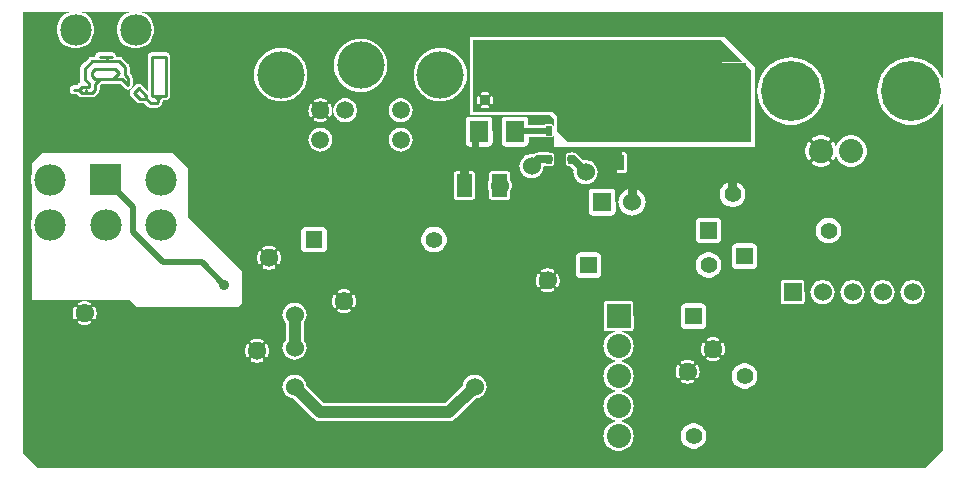
<source format=gbl>
G04 start of page 3 for group 1 idx 1 *
G04 Title: (unknown), solder *
G04 Creator: pcb 20140316 *
G04 CreationDate: Thu 10 Mar 2016 11:36:46 AM GMT UTC *
G04 For: fosse *
G04 Format: Gerber/RS-274X *
G04 PCB-Dimensions (mil): 3665.00 1935.00 *
G04 PCB-Coordinate-Origin: lower left *
%MOIN*%
%FSLAX25Y25*%
%LNBOTTOM*%
%ADD59C,0.0358*%
%ADD58C,0.0925*%
%ADD57C,0.0710*%
%ADD56C,0.0650*%
%ADD55C,0.0300*%
%ADD54C,0.0420*%
%ADD53C,0.0320*%
%ADD52C,0.0790*%
%ADD51C,0.0350*%
%ADD50C,0.0360*%
%ADD49R,0.0512X0.0512*%
%ADD48R,0.0600X0.0600*%
%ADD47R,0.0197X0.0197*%
%ADD46C,0.0591*%
%ADD45C,0.1575*%
%ADD44C,0.1050*%
%ADD43C,0.0550*%
%ADD42C,0.0600*%
%ADD41C,0.0800*%
%ADD40C,0.2000*%
%ADD39C,0.0090*%
%ADD38C,0.0100*%
%ADD37C,0.0400*%
%ADD36C,0.0200*%
%ADD35C,0.0250*%
%ADD34C,0.0001*%
G54D34*G36*
X238500Y168500D02*X248500D01*
Y160000D01*
X238500D01*
Y168500D01*
G37*
G36*
X242500Y131000D02*X245500D01*
Y126000D01*
X242500D01*
Y131000D01*
G37*
G36*
X184500Y134000D02*Y139000D01*
X188500D01*
Y134000D01*
X184500D01*
G37*
G36*
X204000Y176000D02*X240000D01*
X247231Y168769D01*
X247215Y168776D01*
X246985Y168831D01*
X246750Y168845D01*
X241015Y168831D01*
X240785Y168776D01*
X240567Y168686D01*
X240366Y168562D01*
X240186Y168409D01*
X240033Y168229D01*
X239909Y168028D01*
X239819Y167810D01*
X239764Y167580D01*
X239750Y167345D01*
X239764Y161610D01*
X239819Y161380D01*
X239909Y161162D01*
X240033Y160960D01*
X240186Y160781D01*
X240366Y160628D01*
X240567Y160504D01*
X240785Y160414D01*
X241015Y160359D01*
X241250Y160345D01*
X246985Y160359D01*
X247215Y160414D01*
X247433Y160504D01*
X247634Y160628D01*
X247814Y160781D01*
X247967Y160960D01*
X248091Y161162D01*
X248181Y161380D01*
X248236Y161610D01*
X248250Y161845D01*
X248236Y167580D01*
X248181Y167810D01*
X248174Y167826D01*
X250000Y166000D01*
Y142000D01*
X204000D01*
Y143351D01*
X207897Y143355D01*
X208050Y143392D01*
X208195Y143452D01*
X208330Y143534D01*
X208449Y143637D01*
X208552Y143756D01*
X208634Y143891D01*
X208694Y144036D01*
X208731Y144189D01*
X208740Y144346D01*
X208731Y149621D01*
X208694Y149774D01*
X208634Y149919D01*
X208552Y150054D01*
X208449Y150173D01*
X208330Y150276D01*
X208195Y150358D01*
X208050Y150418D01*
X207897Y150455D01*
X207740Y150464D01*
X204000Y150459D01*
Y176000D01*
G37*
G36*
X191823Y144142D02*X193965Y142000D01*
X189000D01*
X185500Y145500D01*
Y150500D01*
X184000Y152000D01*
X163730D01*
Y154714D01*
X163798Y154728D01*
X163871Y154755D01*
X163940Y154794D01*
X164002Y154843D01*
X164055Y154901D01*
X164098Y154966D01*
X164130Y155038D01*
X164206Y155271D01*
X164260Y155511D01*
X164292Y155755D01*
X164303Y156000D01*
X164292Y156245D01*
X164260Y156489D01*
X164206Y156729D01*
X164132Y156963D01*
X164100Y157035D01*
X164056Y157100D01*
X164003Y157159D01*
X163941Y157208D01*
X163872Y157246D01*
X163798Y157274D01*
X163730Y157288D01*
Y176000D01*
X204000D01*
Y150459D01*
X200103Y150455D01*
X199950Y150418D01*
X199805Y150358D01*
X199670Y150276D01*
X199551Y150173D01*
X199448Y150054D01*
X199366Y149919D01*
X199306Y149774D01*
X199269Y149621D01*
X199260Y149464D01*
X199269Y144189D01*
X199306Y144036D01*
X199366Y143891D01*
X199448Y143756D01*
X199551Y143637D01*
X199670Y143534D01*
X199805Y143452D01*
X199950Y143392D01*
X200103Y143355D01*
X200260Y143346D01*
X204000Y143351D01*
Y142000D01*
X193965D01*
X191823Y144142D01*
G37*
G36*
X163730Y152000D02*X161501D01*
Y153197D01*
X161745Y153208D01*
X161989Y153240D01*
X162229Y153294D01*
X162463Y153368D01*
X162535Y153400D01*
X162600Y153444D01*
X162659Y153497D01*
X162708Y153559D01*
X162746Y153628D01*
X162774Y153702D01*
X162790Y153779D01*
X162793Y153858D01*
X162784Y153937D01*
X162763Y154013D01*
X162730Y154085D01*
X162686Y154150D01*
X162633Y154209D01*
X162571Y154258D01*
X162502Y154296D01*
X162428Y154324D01*
X162351Y154340D01*
X162272Y154343D01*
X162193Y154334D01*
X162118Y154311D01*
X161968Y154262D01*
X161814Y154228D01*
X161658Y154207D01*
X161501Y154200D01*
Y157800D01*
X161658Y157793D01*
X161814Y157772D01*
X161968Y157738D01*
X162118Y157690D01*
X162194Y157668D01*
X162272Y157659D01*
X162350Y157662D01*
X162427Y157678D01*
X162501Y157705D01*
X162570Y157744D01*
X162631Y157793D01*
X162685Y157851D01*
X162728Y157916D01*
X162761Y157988D01*
X162782Y158064D01*
X162791Y158142D01*
X162788Y158220D01*
X162772Y158298D01*
X162745Y158371D01*
X162706Y158440D01*
X162657Y158502D01*
X162599Y158555D01*
X162534Y158598D01*
X162462Y158630D01*
X162229Y158706D01*
X161989Y158760D01*
X161745Y158792D01*
X161501Y158803D01*
Y176000D01*
X163730D01*
Y157288D01*
X163721Y157290D01*
X163642Y157293D01*
X163563Y157284D01*
X163487Y157263D01*
X163415Y157230D01*
X163350Y157186D01*
X163291Y157133D01*
X163242Y157071D01*
X163204Y157002D01*
X163176Y156928D01*
X163160Y156851D01*
X163157Y156772D01*
X163166Y156693D01*
X163189Y156618D01*
X163238Y156468D01*
X163272Y156314D01*
X163293Y156158D01*
X163300Y156000D01*
X163293Y155842D01*
X163272Y155686D01*
X163238Y155532D01*
X163190Y155382D01*
X163168Y155306D01*
X163159Y155228D01*
X163162Y155150D01*
X163178Y155073D01*
X163205Y154999D01*
X163244Y154930D01*
X163293Y154869D01*
X163351Y154815D01*
X163416Y154772D01*
X163488Y154739D01*
X163564Y154718D01*
X163642Y154709D01*
X163720Y154712D01*
X163730Y154714D01*
Y152000D01*
G37*
G36*
X161501D02*X159270D01*
Y154712D01*
X159279Y154710D01*
X159358Y154707D01*
X159437Y154716D01*
X159513Y154737D01*
X159585Y154770D01*
X159650Y154814D01*
X159709Y154867D01*
X159758Y154929D01*
X159796Y154998D01*
X159824Y155072D01*
X159840Y155149D01*
X159843Y155228D01*
X159834Y155307D01*
X159811Y155382D01*
X159762Y155532D01*
X159728Y155686D01*
X159707Y155842D01*
X159700Y156000D01*
X159707Y156158D01*
X159728Y156314D01*
X159762Y156468D01*
X159810Y156618D01*
X159832Y156694D01*
X159841Y156772D01*
X159838Y156850D01*
X159822Y156927D01*
X159795Y157001D01*
X159756Y157070D01*
X159707Y157131D01*
X159649Y157185D01*
X159584Y157228D01*
X159512Y157261D01*
X159436Y157282D01*
X159358Y157291D01*
X159280Y157288D01*
X159270Y157286D01*
Y176000D01*
X161501D01*
Y158803D01*
X161500Y158803D01*
X161255Y158792D01*
X161011Y158760D01*
X160771Y158706D01*
X160537Y158632D01*
X160465Y158600D01*
X160400Y158556D01*
X160341Y158503D01*
X160292Y158441D01*
X160254Y158372D01*
X160226Y158298D01*
X160210Y158221D01*
X160207Y158142D01*
X160216Y158063D01*
X160237Y157987D01*
X160270Y157915D01*
X160314Y157850D01*
X160367Y157791D01*
X160429Y157742D01*
X160498Y157704D01*
X160572Y157676D01*
X160649Y157660D01*
X160728Y157657D01*
X160807Y157666D01*
X160882Y157689D01*
X161032Y157738D01*
X161186Y157772D01*
X161342Y157793D01*
X161500Y157800D01*
X161501Y157800D01*
Y154200D01*
X161500Y154200D01*
X161342Y154207D01*
X161186Y154228D01*
X161032Y154262D01*
X160882Y154310D01*
X160806Y154332D01*
X160728Y154341D01*
X160650Y154338D01*
X160573Y154322D01*
X160499Y154295D01*
X160430Y154256D01*
X160369Y154207D01*
X160315Y154149D01*
X160272Y154084D01*
X160239Y154012D01*
X160218Y153936D01*
X160209Y153858D01*
X160212Y153780D01*
X160228Y153702D01*
X160255Y153629D01*
X160294Y153560D01*
X160343Y153498D01*
X160401Y153445D01*
X160466Y153402D01*
X160538Y153370D01*
X160771Y153294D01*
X161011Y153240D01*
X161255Y153208D01*
X161500Y153197D01*
X161501Y153197D01*
Y152000D01*
G37*
G36*
X159270D02*X157500D01*
Y176000D01*
X159270D01*
Y157286D01*
X159202Y157272D01*
X159129Y157245D01*
X159060Y157206D01*
X158998Y157157D01*
X158945Y157099D01*
X158902Y157034D01*
X158870Y156962D01*
X158794Y156729D01*
X158740Y156489D01*
X158708Y156245D01*
X158697Y156000D01*
X158708Y155755D01*
X158740Y155511D01*
X158794Y155271D01*
X158868Y155037D01*
X158900Y154965D01*
X158944Y154900D01*
X158997Y154841D01*
X159059Y154792D01*
X159128Y154754D01*
X159202Y154726D01*
X159270Y154712D01*
Y152000D01*
G37*
G36*
X199000Y151000D02*X209000D01*
Y142500D01*
X199000D01*
Y151000D01*
G37*
G36*
X243993Y140500D02*X248500D01*
Y120000D01*
X243993Y115493D01*
Y120332D01*
X244000Y120332D01*
X244667Y120384D01*
X245317Y120540D01*
X245935Y120796D01*
X246506Y121146D01*
X247014Y121580D01*
X247449Y122089D01*
X247798Y122659D01*
X248054Y123278D01*
X248211Y123928D01*
X248250Y124595D01*
X248211Y125262D01*
X248054Y125912D01*
X247798Y126530D01*
X247449Y127101D01*
X247014Y127609D01*
X246506Y128044D01*
X245935Y128393D01*
X245317Y128649D01*
X244667Y128806D01*
X244000Y128858D01*
X243993Y128857D01*
Y140500D01*
G37*
G36*
X210493D02*X243993D01*
Y128857D01*
X243333Y128806D01*
X242683Y128649D01*
X242065Y128393D01*
X241494Y128044D01*
X240986Y127609D01*
X240551Y127101D01*
X240202Y126530D01*
X239946Y125912D01*
X239789Y125262D01*
X239737Y124595D01*
X239789Y123928D01*
X239946Y123278D01*
X240202Y122659D01*
X240551Y122089D01*
X240986Y121580D01*
X241494Y121146D01*
X242065Y120796D01*
X242683Y120540D01*
X243333Y120384D01*
X243993Y120332D01*
Y115493D01*
X240245Y111745D01*
X240236Y115485D01*
X240181Y115715D01*
X240091Y115933D01*
X239967Y116134D01*
X239814Y116314D01*
X239634Y116467D01*
X239433Y116591D01*
X239215Y116681D01*
X238985Y116736D01*
X238750Y116750D01*
X233015Y116736D01*
X232785Y116681D01*
X232567Y116591D01*
X232366Y116467D01*
X232186Y116314D01*
X232033Y116134D01*
X231909Y115933D01*
X231819Y115715D01*
X231764Y115485D01*
X231750Y115250D01*
X231764Y109515D01*
X231819Y109285D01*
X231909Y109067D01*
X232033Y108866D01*
X232186Y108686D01*
X232366Y108533D01*
X232567Y108409D01*
X232785Y108319D01*
X233015Y108264D01*
X233250Y108250D01*
X236758Y108258D01*
X233500Y105000D01*
X210493D01*
Y117487D01*
X210500Y117486D01*
X211206Y117542D01*
X211895Y117707D01*
X212549Y117978D01*
X213153Y118348D01*
X213692Y118808D01*
X214152Y119347D01*
X214522Y119951D01*
X214793Y120605D01*
X214958Y121294D01*
X215000Y122000D01*
X214958Y122706D01*
X214793Y123395D01*
X214522Y124049D01*
X214152Y124653D01*
X213692Y125192D01*
X213153Y125652D01*
X212549Y126022D01*
X211895Y126293D01*
X211206Y126458D01*
X210500Y126514D01*
X210493Y126513D01*
Y140500D01*
G37*
G36*
X204000D02*X210493D01*
Y126513D01*
X209794Y126458D01*
X209105Y126293D01*
X208451Y126022D01*
X207847Y125652D01*
X207308Y125192D01*
X206848Y124653D01*
X206478Y124049D01*
X206207Y123395D01*
X206042Y122706D01*
X205986Y122000D01*
X206042Y121294D01*
X206207Y120605D01*
X206478Y119951D01*
X206848Y119347D01*
X207308Y118808D01*
X207847Y118348D01*
X208451Y117978D01*
X209105Y117707D01*
X209794Y117542D01*
X210493Y117487D01*
Y105000D01*
X204000D01*
Y117584D01*
X204183Y117659D01*
X204384Y117783D01*
X204564Y117936D01*
X204717Y118116D01*
X204841Y118317D01*
X204931Y118535D01*
X204986Y118765D01*
X205000Y119000D01*
X204986Y125235D01*
X204931Y125465D01*
X204841Y125683D01*
X204717Y125884D01*
X204564Y126064D01*
X204384Y126217D01*
X204183Y126341D01*
X204000Y126416D01*
Y131541D01*
X207897Y131545D01*
X208050Y131582D01*
X208195Y131642D01*
X208330Y131724D01*
X208449Y131827D01*
X208552Y131946D01*
X208634Y132081D01*
X208694Y132226D01*
X208731Y132379D01*
X208740Y132536D01*
X208731Y137811D01*
X208694Y137964D01*
X208634Y138109D01*
X208552Y138244D01*
X208449Y138363D01*
X208330Y138466D01*
X208195Y138548D01*
X208050Y138608D01*
X207897Y138645D01*
X207740Y138654D01*
X204000Y138649D01*
Y140500D01*
G37*
G36*
X187484Y138452D02*X185422Y138446D01*
X185330Y138424D01*
X185243Y138388D01*
X185162Y138339D01*
X185090Y138278D01*
X185029Y138206D01*
X184980Y138125D01*
X184944Y138038D01*
X184922Y137946D01*
X184916Y137852D01*
X184918Y136928D01*
X184906Y136975D01*
X184771Y137302D01*
X184586Y137604D01*
X184356Y137873D01*
X184339Y137888D01*
X184338Y137946D01*
X184316Y138038D01*
X184280Y138125D01*
X184231Y138206D01*
X184170Y138278D01*
X184098Y138339D01*
X184017Y138388D01*
X183930Y138424D01*
X183838Y138446D01*
X183744Y138452D01*
X183345Y138451D01*
X183113Y138507D01*
X182760Y138528D01*
X179366D01*
X179278Y138534D01*
X178924Y138507D01*
X178580Y138424D01*
X178253Y138289D01*
X177951Y138103D01*
X177951Y138103D01*
X177752Y137933D01*
X177628Y137963D01*
X177011Y138011D01*
X179500Y140500D01*
X204000D01*
Y138649D01*
X200103Y138645D01*
X199950Y138608D01*
X199805Y138548D01*
X199670Y138466D01*
X199551Y138363D01*
X199448Y138244D01*
X199366Y138109D01*
X199306Y137964D01*
X199269Y137811D01*
X199260Y137654D01*
X199269Y132379D01*
X199306Y132226D01*
X199366Y132081D01*
X199448Y131946D01*
X199551Y131827D01*
X199670Y131724D01*
X199805Y131642D01*
X199950Y131582D01*
X200103Y131545D01*
X200260Y131536D01*
X204000Y131541D01*
Y126416D01*
X203965Y126431D01*
X203735Y126486D01*
X203500Y126500D01*
X197265Y126486D01*
X197035Y126431D01*
X196817Y126341D01*
X196616Y126217D01*
X196436Y126064D01*
X196283Y125884D01*
X196159Y125683D01*
X196069Y125465D01*
X196014Y125235D01*
X196000Y125000D01*
X196014Y118765D01*
X196069Y118535D01*
X196159Y118317D01*
X196283Y118116D01*
X196436Y117936D01*
X196616Y117783D01*
X196817Y117659D01*
X197035Y117569D01*
X197265Y117514D01*
X197500Y117500D01*
X203735Y117514D01*
X203965Y117569D01*
X204000Y117584D01*
Y105000D01*
X199581D01*
X199433Y105091D01*
X199215Y105181D01*
X198985Y105236D01*
X198750Y105250D01*
X193015Y105236D01*
X192785Y105181D01*
X192567Y105091D01*
X192419Y105000D01*
X166399D01*
Y122764D01*
X169121Y122769D01*
X169274Y122806D01*
X169419Y122866D01*
X169554Y122948D01*
X169673Y123051D01*
X169776Y123170D01*
X169858Y123305D01*
X169918Y123450D01*
X169955Y123603D01*
X169964Y123760D01*
X169962Y125648D01*
X169980Y125678D01*
X170221Y126260D01*
X170368Y126872D01*
X170405Y127500D01*
X170368Y128128D01*
X170221Y128740D01*
X169980Y129322D01*
X169957Y129359D01*
X169955Y131397D01*
X169918Y131550D01*
X169858Y131695D01*
X169776Y131830D01*
X169673Y131949D01*
X169554Y132052D01*
X169419Y132134D01*
X169274Y132194D01*
X169121Y132231D01*
X168964Y132240D01*
X166399Y132235D01*
Y137000D01*
X174354D01*
X174163Y136837D01*
X173754Y136358D01*
X173425Y135822D01*
X173184Y135240D01*
X173037Y134628D01*
X172988Y134000D01*
X173037Y133372D01*
X173184Y132760D01*
X173425Y132178D01*
X173754Y131642D01*
X174163Y131163D01*
X174642Y130754D01*
X175178Y130425D01*
X175760Y130184D01*
X176372Y130037D01*
X177000Y129988D01*
X177628Y130037D01*
X178240Y130184D01*
X178822Y130425D01*
X179358Y130754D01*
X179837Y131163D01*
X180246Y131642D01*
X180575Y132178D01*
X180816Y132760D01*
X180963Y133372D01*
X181000Y134000D01*
X180998Y134028D01*
X182760D01*
X183113Y134048D01*
X183358Y134107D01*
X183838Y134109D01*
X183930Y134131D01*
X184017Y134167D01*
X184098Y134216D01*
X184170Y134277D01*
X184231Y134349D01*
X184280Y134430D01*
X184316Y134517D01*
X184338Y134609D01*
X184342Y134670D01*
X184356Y134682D01*
X184586Y134951D01*
X184771Y135253D01*
X184906Y135580D01*
X184920Y135636D01*
X184922Y134609D01*
X184944Y134517D01*
X184980Y134430D01*
X185029Y134349D01*
X185090Y134277D01*
X185162Y134216D01*
X185243Y134167D01*
X185330Y134131D01*
X185422Y134109D01*
X185516Y134103D01*
X187578Y134109D01*
X187670Y134131D01*
X187757Y134167D01*
X187838Y134216D01*
X187910Y134277D01*
X187971Y134349D01*
X188020Y134430D01*
X188056Y134517D01*
X188078Y134609D01*
X188084Y134703D01*
X188082Y135627D01*
X188094Y135580D01*
X188229Y135253D01*
X188414Y134951D01*
X188644Y134682D01*
X188661Y134667D01*
X188662Y134609D01*
X188684Y134517D01*
X188720Y134430D01*
X188769Y134349D01*
X188830Y134277D01*
X188902Y134216D01*
X188983Y134167D01*
X189070Y134131D01*
X189162Y134109D01*
X189256Y134103D01*
X189655Y134104D01*
X189732Y134086D01*
X191067Y132751D01*
X191037Y132628D01*
X190988Y132000D01*
X191037Y131372D01*
X191184Y130760D01*
X191425Y130178D01*
X191754Y129642D01*
X192163Y129163D01*
X192642Y128754D01*
X193178Y128425D01*
X193760Y128184D01*
X194372Y128037D01*
X195000Y127988D01*
X195628Y128037D01*
X196240Y128184D01*
X196822Y128425D01*
X197358Y128754D01*
X197837Y129163D01*
X198246Y129642D01*
X198575Y130178D01*
X198816Y130760D01*
X198963Y131372D01*
X199000Y132000D01*
X198963Y132628D01*
X198816Y133240D01*
X198575Y133822D01*
X198246Y134358D01*
X197837Y134837D01*
X197358Y135246D01*
X196822Y135575D01*
X196240Y135816D01*
X195628Y135963D01*
X195000Y136012D01*
X194372Y135963D01*
X194249Y135933D01*
X192376Y137806D01*
X192318Y137873D01*
X192049Y138103D01*
X191747Y138289D01*
X191420Y138424D01*
X191076Y138507D01*
X191075Y138507D01*
X190722Y138534D01*
X190634Y138528D01*
X190240D01*
X189887Y138507D01*
X189641Y138448D01*
X189162Y138446D01*
X189070Y138424D01*
X188983Y138388D01*
X188902Y138339D01*
X188830Y138278D01*
X188769Y138206D01*
X188720Y138125D01*
X188684Y138038D01*
X188662Y137946D01*
X188658Y137885D01*
X188644Y137873D01*
X188414Y137604D01*
X188229Y137302D01*
X188094Y136975D01*
X188080Y136919D01*
X188078Y137946D01*
X188056Y138038D01*
X188020Y138125D01*
X187971Y138206D01*
X187910Y138278D01*
X187838Y138339D01*
X187757Y138388D01*
X187670Y138424D01*
X187578Y138446D01*
X187484Y138452D01*
G37*
G36*
X166399Y105000D02*X156500D01*
X154595Y106905D01*
Y122764D01*
X157311Y122769D01*
X157464Y122806D01*
X157609Y122866D01*
X157744Y122948D01*
X157863Y123051D01*
X157966Y123170D01*
X158048Y123305D01*
X158108Y123450D01*
X158145Y123603D01*
X158154Y123760D01*
X158145Y131397D01*
X158108Y131550D01*
X158048Y131695D01*
X157966Y131830D01*
X157863Y131949D01*
X157744Y132052D01*
X157609Y132134D01*
X157464Y132194D01*
X157311Y132231D01*
X157154Y132240D01*
X154595Y132236D01*
Y137000D01*
X166399D01*
Y132235D01*
X163689Y132231D01*
X163536Y132194D01*
X163391Y132134D01*
X163256Y132052D01*
X163137Y131949D01*
X163034Y131830D01*
X162952Y131695D01*
X162892Y131550D01*
X162855Y131397D01*
X162846Y131240D01*
X162848Y129351D01*
X162830Y129322D01*
X162589Y128740D01*
X162442Y128128D01*
X162393Y127500D01*
X162442Y126872D01*
X162589Y126260D01*
X162830Y125678D01*
X162853Y125641D01*
X162855Y123603D01*
X162892Y123450D01*
X162952Y123305D01*
X163034Y123170D01*
X163137Y123051D01*
X163256Y122948D01*
X163391Y122866D01*
X163536Y122806D01*
X163689Y122769D01*
X163846Y122760D01*
X166399Y122764D01*
Y105000D01*
G37*
G36*
X154595Y106905D02*X145000Y116500D01*
Y137000D01*
X154595D01*
Y132236D01*
X151879Y132231D01*
X151726Y132194D01*
X151581Y132134D01*
X151446Y132052D01*
X151327Y131949D01*
X151224Y131830D01*
X151142Y131695D01*
X151082Y131550D01*
X151045Y131397D01*
X151036Y131240D01*
X151045Y123603D01*
X151082Y123450D01*
X151142Y123305D01*
X151224Y123170D01*
X151327Y123051D01*
X151446Y122948D01*
X151581Y122866D01*
X151726Y122806D01*
X151879Y122769D01*
X152036Y122760D01*
X154595Y122764D01*
Y106905D01*
G37*
G36*
X204000Y140500D02*X207000D01*
Y135500D01*
X204000D01*
Y140500D01*
G37*
G36*
Y49417D02*X204450Y49230D01*
X205215Y49046D01*
X205804Y49000D01*
X205215Y48954D01*
X204450Y48770D01*
X204000Y48583D01*
Y49417D01*
G37*
G36*
Y59417D02*X204450Y59230D01*
X205215Y59046D01*
X205804Y59000D01*
X205215Y58954D01*
X204450Y58770D01*
X204000Y58583D01*
Y59417D01*
G37*
G36*
Y69417D02*X204450Y69230D01*
X205215Y69046D01*
X205804Y69000D01*
X205215Y68954D01*
X204450Y68770D01*
X204000Y68583D01*
Y69417D01*
G37*
G36*
Y79002D02*X205860Y79004D01*
X205215Y78954D01*
X204450Y78770D01*
X204000Y78583D01*
Y79002D01*
G37*
G36*
X303994Y147754D02*X305265Y147854D01*
X306987Y148268D01*
X308623Y148945D01*
X310133Y149870D01*
X311479Y151021D01*
X312630Y152367D01*
X313555Y153877D01*
X314000Y154952D01*
Y39500D01*
X308000Y33500D01*
X303994D01*
Y87988D01*
X304000Y87988D01*
X304628Y88037D01*
X305240Y88184D01*
X305822Y88425D01*
X306358Y88754D01*
X306837Y89163D01*
X307246Y89642D01*
X307575Y90178D01*
X307816Y90760D01*
X307963Y91372D01*
X308000Y92000D01*
X307963Y92628D01*
X307816Y93240D01*
X307575Y93822D01*
X307246Y94358D01*
X306837Y94837D01*
X306358Y95246D01*
X305822Y95575D01*
X305240Y95816D01*
X304628Y95963D01*
X304000Y96012D01*
X303994Y96012D01*
Y147754D01*
G37*
G36*
Y185500D02*X314000D01*
Y163048D01*
X313555Y164123D01*
X312630Y165633D01*
X311479Y166979D01*
X310133Y168130D01*
X308623Y169055D01*
X306987Y169732D01*
X305265Y170146D01*
X303994Y170246D01*
Y185500D01*
G37*
G36*
X293994Y152982D02*X294370Y152367D01*
X295521Y151021D01*
X296867Y149870D01*
X298377Y148945D01*
X300013Y148268D01*
X301735Y147854D01*
X303500Y147715D01*
X303994Y147754D01*
Y96012D01*
X303372Y95963D01*
X302760Y95816D01*
X302178Y95575D01*
X301642Y95246D01*
X301163Y94837D01*
X300754Y94358D01*
X300425Y93822D01*
X300184Y93240D01*
X300037Y92628D01*
X299988Y92000D01*
X300037Y91372D01*
X300184Y90760D01*
X300425Y90178D01*
X300754Y89642D01*
X301163Y89163D01*
X301642Y88754D01*
X302178Y88425D01*
X302760Y88184D01*
X303372Y88037D01*
X303994Y87988D01*
Y33500D01*
X293994D01*
Y87988D01*
X294000Y87988D01*
X294628Y88037D01*
X295240Y88184D01*
X295822Y88425D01*
X296358Y88754D01*
X296837Y89163D01*
X297246Y89642D01*
X297575Y90178D01*
X297816Y90760D01*
X297963Y91372D01*
X298000Y92000D01*
X297963Y92628D01*
X297816Y93240D01*
X297575Y93822D01*
X297246Y94358D01*
X296837Y94837D01*
X296358Y95246D01*
X295822Y95575D01*
X295240Y95816D01*
X294628Y95963D01*
X294000Y96012D01*
X293994Y96012D01*
Y152982D01*
G37*
G36*
Y185500D02*X303994D01*
Y170246D01*
X303500Y170285D01*
X301735Y170146D01*
X300013Y169732D01*
X298377Y169055D01*
X296867Y168130D01*
X295521Y166979D01*
X294370Y165633D01*
X293994Y165018D01*
Y185500D01*
G37*
G36*
X282822D02*X293994D01*
Y165018D01*
X293445Y164123D01*
X292768Y162487D01*
X292354Y160765D01*
X292215Y159000D01*
X292354Y157235D01*
X292768Y155513D01*
X293445Y153877D01*
X293994Y152982D01*
Y96012D01*
X293372Y95963D01*
X292760Y95816D01*
X292178Y95575D01*
X291642Y95246D01*
X291163Y94837D01*
X290754Y94358D01*
X290425Y93822D01*
X290184Y93240D01*
X290037Y92628D01*
X289988Y92000D01*
X290037Y91372D01*
X290184Y90760D01*
X290425Y90178D01*
X290754Y89642D01*
X291163Y89163D01*
X291642Y88754D01*
X292178Y88425D01*
X292760Y88184D01*
X293372Y88037D01*
X293994Y87988D01*
Y33500D01*
X282822D01*
Y88169D01*
X283372Y88037D01*
X284000Y87988D01*
X284628Y88037D01*
X285240Y88184D01*
X285822Y88425D01*
X286358Y88754D01*
X286837Y89163D01*
X287246Y89642D01*
X287575Y90178D01*
X287816Y90760D01*
X287963Y91372D01*
X288000Y92000D01*
X287963Y92628D01*
X287816Y93240D01*
X287575Y93822D01*
X287246Y94358D01*
X286837Y94837D01*
X286358Y95246D01*
X285822Y95575D01*
X285240Y95816D01*
X284628Y95963D01*
X284000Y96012D01*
X283372Y95963D01*
X282822Y95831D01*
Y133787D01*
X283500Y133734D01*
X284324Y133799D01*
X285127Y133992D01*
X285891Y134308D01*
X286595Y134740D01*
X287224Y135276D01*
X287760Y135905D01*
X288192Y136609D01*
X288508Y137373D01*
X288701Y138176D01*
X288750Y139000D01*
X288701Y139824D01*
X288508Y140627D01*
X288192Y141391D01*
X287760Y142095D01*
X287224Y142724D01*
X286595Y143260D01*
X285891Y143692D01*
X285127Y144008D01*
X284324Y144201D01*
X283500Y144266D01*
X282822Y144213D01*
Y185500D01*
G37*
G36*
X273502D02*X282822D01*
Y144213D01*
X282676Y144201D01*
X281873Y144008D01*
X281109Y143692D01*
X280405Y143260D01*
X279776Y142724D01*
X279240Y142095D01*
X278808Y141391D01*
X278493Y140632D01*
X278476Y140692D01*
X278296Y141150D01*
X278074Y141589D01*
X278019Y141672D01*
X277951Y141744D01*
X277873Y141805D01*
X277786Y141853D01*
X277693Y141887D01*
X277596Y141906D01*
X277497Y141909D01*
X277399Y141897D01*
X277304Y141870D01*
X277214Y141828D01*
X277132Y141772D01*
X277059Y141705D01*
X276998Y141627D01*
X276950Y141540D01*
X276916Y141447D01*
X276898Y141350D01*
X276894Y141251D01*
X276906Y141152D01*
X276934Y141057D01*
X276977Y140968D01*
X277150Y140636D01*
X277287Y140288D01*
X277391Y139928D01*
X277461Y139560D01*
X277496Y139187D01*
Y138813D01*
X277461Y138440D01*
X277391Y138072D01*
X277287Y137712D01*
X277150Y137364D01*
X276981Y137029D01*
X276938Y136941D01*
X276911Y136847D01*
X276898Y136749D01*
X276902Y136651D01*
X276921Y136554D01*
X276954Y136462D01*
X277002Y136376D01*
X277062Y136298D01*
X277134Y136231D01*
X277216Y136176D01*
X277305Y136134D01*
X277400Y136107D01*
X277497Y136095D01*
X277596Y136099D01*
X277692Y136117D01*
X277785Y136151D01*
X277871Y136199D01*
X277948Y136259D01*
X278015Y136331D01*
X278069Y136414D01*
X278296Y136850D01*
X278476Y137308D01*
X278493Y137368D01*
X278808Y136609D01*
X279240Y135905D01*
X279776Y135276D01*
X280405Y134740D01*
X281109Y134308D01*
X281873Y133992D01*
X282676Y133799D01*
X282822Y133787D01*
Y95831D01*
X282760Y95816D01*
X282178Y95575D01*
X281642Y95246D01*
X281163Y94837D01*
X280754Y94358D01*
X280425Y93822D01*
X280184Y93240D01*
X280037Y92628D01*
X279988Y92000D01*
X280037Y91372D01*
X280184Y90760D01*
X280425Y90178D01*
X280754Y89642D01*
X281163Y89163D01*
X281642Y88754D01*
X282178Y88425D01*
X282760Y88184D01*
X282822Y88169D01*
Y33500D01*
X273502D01*
Y88027D01*
X274000Y87988D01*
X274628Y88037D01*
X275240Y88184D01*
X275822Y88425D01*
X276358Y88754D01*
X276837Y89163D01*
X277246Y89642D01*
X277575Y90178D01*
X277816Y90760D01*
X277963Y91372D01*
X278000Y92000D01*
X277963Y92628D01*
X277816Y93240D01*
X277575Y93822D01*
X277246Y94358D01*
X276837Y94837D01*
X276358Y95246D01*
X275822Y95575D01*
X275240Y95816D01*
X274628Y95963D01*
X274000Y96012D01*
X273502Y95973D01*
Y109046D01*
X274065Y108702D01*
X274683Y108446D01*
X275333Y108289D01*
X276000Y108237D01*
X276667Y108289D01*
X277317Y108446D01*
X277935Y108702D01*
X278506Y109051D01*
X279014Y109486D01*
X279449Y109994D01*
X279798Y110565D01*
X280054Y111183D01*
X280211Y111833D01*
X280250Y112500D01*
X280211Y113167D01*
X280054Y113817D01*
X279798Y114435D01*
X279449Y115006D01*
X279014Y115514D01*
X278506Y115949D01*
X277935Y116298D01*
X277317Y116554D01*
X276667Y116711D01*
X276000Y116763D01*
X275333Y116711D01*
X274683Y116554D01*
X274065Y116298D01*
X273502Y115954D01*
Y133750D01*
X273746D01*
X274236Y133796D01*
X274719Y133888D01*
X275192Y134024D01*
X275650Y134204D01*
X276089Y134426D01*
X276172Y134481D01*
X276244Y134549D01*
X276305Y134627D01*
X276353Y134714D01*
X276387Y134807D01*
X276406Y134904D01*
X276409Y135003D01*
X276397Y135101D01*
X276370Y135196D01*
X276328Y135286D01*
X276272Y135368D01*
X276205Y135441D01*
X276127Y135502D01*
X276040Y135550D01*
X275947Y135584D01*
X275850Y135602D01*
X275751Y135606D01*
X275652Y135594D01*
X275557Y135566D01*
X275468Y135523D01*
X275136Y135350D01*
X274788Y135213D01*
X274428Y135109D01*
X274060Y135039D01*
X273687Y135004D01*
X273502D01*
Y142996D01*
X273687D01*
X274060Y142961D01*
X274428Y142891D01*
X274788Y142787D01*
X275136Y142650D01*
X275471Y142481D01*
X275559Y142438D01*
X275653Y142411D01*
X275751Y142398D01*
X275849Y142402D01*
X275946Y142421D01*
X276038Y142454D01*
X276124Y142502D01*
X276202Y142562D01*
X276269Y142634D01*
X276324Y142716D01*
X276366Y142805D01*
X276393Y142900D01*
X276405Y142997D01*
X276401Y143096D01*
X276383Y143192D01*
X276349Y143285D01*
X276301Y143371D01*
X276241Y143448D01*
X276169Y143515D01*
X276086Y143569D01*
X275650Y143796D01*
X275192Y143976D01*
X274719Y144112D01*
X274236Y144204D01*
X273746Y144250D01*
X273502D01*
Y153791D01*
X273555Y153877D01*
X274232Y155513D01*
X274646Y157235D01*
X274750Y159000D01*
X274646Y160765D01*
X274232Y162487D01*
X273555Y164123D01*
X273502Y164209D01*
Y185500D01*
G37*
G36*
Y33500D02*X269178D01*
Y136167D01*
X269214Y136147D01*
X269307Y136113D01*
X269404Y136094D01*
X269503Y136091D01*
X269601Y136103D01*
X269696Y136130D01*
X269786Y136172D01*
X269868Y136228D01*
X269941Y136295D01*
X270002Y136373D01*
X270050Y136460D01*
X270084Y136553D01*
X270102Y136650D01*
X270106Y136749D01*
X270094Y136848D01*
X270066Y136943D01*
X270023Y137032D01*
X269850Y137364D01*
X269713Y137712D01*
X269609Y138072D01*
X269539Y138440D01*
X269504Y138813D01*
Y139187D01*
X269539Y139560D01*
X269609Y139928D01*
X269713Y140288D01*
X269850Y140636D01*
X270019Y140971D01*
X270062Y141059D01*
X270089Y141153D01*
X270102Y141251D01*
X270098Y141349D01*
X270079Y141446D01*
X270046Y141538D01*
X269998Y141624D01*
X269938Y141702D01*
X269866Y141769D01*
X269784Y141824D01*
X269695Y141866D01*
X269600Y141893D01*
X269503Y141905D01*
X269404Y141901D01*
X269308Y141883D01*
X269215Y141849D01*
X269178Y141828D01*
Y149285D01*
X270133Y149870D01*
X271479Y151021D01*
X272630Y152367D01*
X273502Y153791D01*
Y144250D01*
X273254D01*
X272764Y144204D01*
X272281Y144112D01*
X271808Y143976D01*
X271350Y143796D01*
X270911Y143574D01*
X270828Y143519D01*
X270756Y143451D01*
X270695Y143373D01*
X270647Y143286D01*
X270613Y143193D01*
X270594Y143096D01*
X270591Y142997D01*
X270603Y142899D01*
X270630Y142804D01*
X270672Y142714D01*
X270728Y142632D01*
X270795Y142559D01*
X270873Y142498D01*
X270960Y142450D01*
X271053Y142416D01*
X271150Y142398D01*
X271249Y142394D01*
X271348Y142406D01*
X271443Y142434D01*
X271532Y142477D01*
X271864Y142650D01*
X272212Y142787D01*
X272572Y142891D01*
X272940Y142961D01*
X273313Y142996D01*
X273502D01*
Y135004D01*
X273313D01*
X272940Y135039D01*
X272572Y135109D01*
X272212Y135213D01*
X271864Y135350D01*
X271529Y135519D01*
X271441Y135562D01*
X271347Y135589D01*
X271249Y135602D01*
X271151Y135598D01*
X271054Y135579D01*
X270962Y135546D01*
X270876Y135498D01*
X270798Y135438D01*
X270731Y135366D01*
X270676Y135284D01*
X270634Y135195D01*
X270607Y135100D01*
X270595Y135003D01*
X270599Y134904D01*
X270617Y134808D01*
X270651Y134715D01*
X270699Y134629D01*
X270759Y134552D01*
X270831Y134485D01*
X270914Y134431D01*
X271350Y134204D01*
X271808Y134024D01*
X272281Y133888D01*
X272764Y133796D01*
X273254Y133750D01*
X273502D01*
Y115954D01*
X273494Y115949D01*
X272986Y115514D01*
X272551Y115006D01*
X272202Y114435D01*
X271946Y113817D01*
X271789Y113167D01*
X271737Y112500D01*
X271789Y111833D01*
X271946Y111183D01*
X272202Y110565D01*
X272551Y109994D01*
X272986Y109486D01*
X273494Y109051D01*
X273502Y109046D01*
Y95973D01*
X273372Y95963D01*
X272760Y95816D01*
X272178Y95575D01*
X271642Y95246D01*
X271163Y94837D01*
X270754Y94358D01*
X270425Y93822D01*
X270184Y93240D01*
X270037Y92628D01*
X269988Y92000D01*
X270037Y91372D01*
X270184Y90760D01*
X270425Y90178D01*
X270754Y89642D01*
X271163Y89163D01*
X271642Y88754D01*
X272178Y88425D01*
X272760Y88184D01*
X273372Y88037D01*
X273502Y88027D01*
Y33500D01*
G37*
G36*
X269178D02*X263483D01*
Y88004D01*
X267157Y88009D01*
X267310Y88046D01*
X267455Y88106D01*
X267590Y88188D01*
X267709Y88291D01*
X267812Y88410D01*
X267894Y88545D01*
X267954Y88690D01*
X267991Y88843D01*
X268000Y89000D01*
X267991Y95157D01*
X267954Y95310D01*
X267894Y95455D01*
X267812Y95590D01*
X267709Y95709D01*
X267590Y95812D01*
X267455Y95894D01*
X267310Y95954D01*
X267157Y95991D01*
X267000Y96000D01*
X263483Y95995D01*
Y147717D01*
X263500Y147715D01*
X265265Y147854D01*
X266987Y148268D01*
X268623Y148945D01*
X269178Y149285D01*
Y141828D01*
X269129Y141801D01*
X269052Y141741D01*
X268985Y141669D01*
X268931Y141586D01*
X268704Y141150D01*
X268524Y140692D01*
X268388Y140219D01*
X268296Y139736D01*
X268250Y139246D01*
Y138754D01*
X268296Y138264D01*
X268388Y137781D01*
X268524Y137308D01*
X268704Y136850D01*
X268926Y136411D01*
X268981Y136328D01*
X269049Y136256D01*
X269127Y136195D01*
X269178Y136167D01*
Y33500D01*
G37*
G36*
X263483Y185500D02*X273502D01*
Y164209D01*
X272630Y165633D01*
X271479Y166979D01*
X270133Y168130D01*
X268623Y169055D01*
X266987Y169732D01*
X265265Y170146D01*
X263500Y170285D01*
X263483Y170283D01*
Y185500D01*
G37*
G36*
X248000Y140000D02*X248500D01*
Y140500D01*
X251500D01*
Y167000D01*
X248000Y170500D01*
Y185500D01*
X263483D01*
Y170283D01*
X261735Y170146D01*
X260013Y169732D01*
X258377Y169055D01*
X256867Y168130D01*
X255521Y166979D01*
X254370Y165633D01*
X253445Y164123D01*
X252768Y162487D01*
X252354Y160765D01*
X252215Y159000D01*
X252354Y157235D01*
X252768Y155513D01*
X253445Y153877D01*
X254370Y152367D01*
X255521Y151021D01*
X256867Y149870D01*
X258377Y148945D01*
X260013Y148268D01*
X261735Y147854D01*
X263483Y147717D01*
Y95995D01*
X260843Y95991D01*
X260690Y95954D01*
X260545Y95894D01*
X260410Y95812D01*
X260291Y95709D01*
X260188Y95590D01*
X260106Y95455D01*
X260046Y95310D01*
X260009Y95157D01*
X260000Y95000D01*
X260009Y88843D01*
X260046Y88690D01*
X260106Y88545D01*
X260188Y88410D01*
X260291Y88291D01*
X260410Y88188D01*
X260545Y88106D01*
X260690Y88046D01*
X260843Y88009D01*
X261000Y88000D01*
X263483Y88004D01*
Y33500D01*
X248000D01*
Y59737D01*
X248667Y59789D01*
X249317Y59946D01*
X249935Y60202D01*
X250506Y60551D01*
X251014Y60986D01*
X251449Y61494D01*
X251798Y62065D01*
X252054Y62683D01*
X252211Y63333D01*
X252250Y64000D01*
X252211Y64667D01*
X252054Y65317D01*
X251798Y65935D01*
X251449Y66506D01*
X251014Y67014D01*
X250506Y67449D01*
X249935Y67798D01*
X249317Y68054D01*
X248667Y68211D01*
X248000Y68263D01*
Y99757D01*
X250985Y99764D01*
X251215Y99819D01*
X251433Y99909D01*
X251634Y100033D01*
X251814Y100186D01*
X251967Y100366D01*
X252091Y100567D01*
X252181Y100785D01*
X252236Y101015D01*
X252250Y101250D01*
X252236Y106985D01*
X252181Y107215D01*
X252091Y107433D01*
X251967Y107634D01*
X251814Y107814D01*
X251634Y107967D01*
X251433Y108091D01*
X251215Y108181D01*
X250985Y108236D01*
X250750Y108250D01*
X248000Y108243D01*
Y123146D01*
X248054Y123278D01*
X248211Y123928D01*
X248250Y124595D01*
X248211Y125262D01*
X248054Y125912D01*
X248000Y126044D01*
Y140000D01*
G37*
G36*
Y33500D02*X240784D01*
Y70869D01*
X240787Y70870D01*
X240855Y70909D01*
X240916Y70958D01*
X240969Y71017D01*
X241011Y71083D01*
X241174Y71408D01*
X241303Y71748D01*
X241401Y72098D01*
X241467Y72456D01*
X241500Y72818D01*
Y73182D01*
X241467Y73544D01*
X241401Y73902D01*
X241303Y74252D01*
X241174Y74592D01*
X241015Y74919D01*
X240972Y74985D01*
X240919Y75044D01*
X240857Y75094D01*
X240788Y75133D01*
X240784Y75135D01*
Y121817D01*
X240986Y121580D01*
X241494Y121146D01*
X242065Y120796D01*
X242683Y120540D01*
X243333Y120384D01*
X244000Y120332D01*
X244667Y120384D01*
X245317Y120540D01*
X245935Y120796D01*
X246506Y121146D01*
X247014Y121580D01*
X247449Y122089D01*
X247798Y122659D01*
X248000Y123146D01*
Y108243D01*
X245015Y108236D01*
X244785Y108181D01*
X244567Y108091D01*
X244366Y107967D01*
X244186Y107814D01*
X244033Y107634D01*
X243909Y107433D01*
X243819Y107215D01*
X243764Y106985D01*
X243750Y106750D01*
X243764Y101015D01*
X243819Y100785D01*
X243909Y100567D01*
X244033Y100366D01*
X244186Y100186D01*
X244366Y100033D01*
X244567Y99909D01*
X244785Y99819D01*
X245015Y99764D01*
X245250Y99750D01*
X248000Y99757D01*
Y68263D01*
X247333Y68211D01*
X246683Y68054D01*
X246065Y67798D01*
X245494Y67449D01*
X244986Y67014D01*
X244551Y66506D01*
X244202Y65935D01*
X243946Y65317D01*
X243789Y64667D01*
X243737Y64000D01*
X243789Y63333D01*
X243946Y62683D01*
X244202Y62065D01*
X244551Y61494D01*
X244986Y60986D01*
X245494Y60551D01*
X246065Y60202D01*
X246683Y59946D01*
X247333Y59789D01*
X248000Y59737D01*
Y33500D01*
G37*
G36*
Y170500D02*X241500Y177000D01*
X240784D01*
Y185500D01*
X248000D01*
Y170500D01*
G37*
G36*
X240784Y140000D02*X248000D01*
Y126044D01*
X247798Y126530D01*
X247449Y127101D01*
X247014Y127609D01*
X246506Y128044D01*
X245935Y128393D01*
X245317Y128649D01*
X244667Y128806D01*
X244000Y128858D01*
X243333Y128806D01*
X242683Y128649D01*
X242065Y128393D01*
X241494Y128044D01*
X240986Y127609D01*
X240784Y127373D01*
Y140000D01*
G37*
G36*
Y177000D02*X237502D01*
Y185500D01*
X240784D01*
Y177000D01*
G37*
G36*
X237502Y140000D02*X240784D01*
Y127373D01*
X240551Y127101D01*
X240202Y126530D01*
X239946Y125912D01*
X239789Y125262D01*
X239737Y124595D01*
X239789Y123928D01*
X239946Y123278D01*
X240202Y122659D01*
X240551Y122089D01*
X240784Y121817D01*
Y75135D01*
X240714Y75161D01*
X240637Y75177D01*
X240558Y75181D01*
X240479Y75173D01*
X240403Y75152D01*
X240330Y75120D01*
X240264Y75077D01*
X240205Y75024D01*
X240156Y74962D01*
X240116Y74893D01*
X240088Y74819D01*
X240072Y74742D01*
X240068Y74663D01*
X240076Y74584D01*
X240097Y74507D01*
X240130Y74436D01*
X240253Y74193D01*
X240350Y73938D01*
X240423Y73676D01*
X240472Y73408D01*
X240497Y73136D01*
Y72864D01*
X240472Y72592D01*
X240423Y72324D01*
X240350Y72062D01*
X240253Y71807D01*
X240133Y71563D01*
X240100Y71491D01*
X240079Y71416D01*
X240071Y71337D01*
X240075Y71259D01*
X240091Y71182D01*
X240119Y71108D01*
X240158Y71040D01*
X240207Y70979D01*
X240266Y70926D01*
X240332Y70883D01*
X240404Y70851D01*
X240480Y70830D01*
X240558Y70822D01*
X240636Y70826D01*
X240713Y70842D01*
X240784Y70869D01*
Y33500D01*
X237502D01*
Y69000D01*
X237682D01*
X238044Y69033D01*
X238402Y69099D01*
X238752Y69197D01*
X239092Y69326D01*
X239419Y69485D01*
X239485Y69528D01*
X239544Y69581D01*
X239594Y69643D01*
X239633Y69712D01*
X239661Y69786D01*
X239677Y69863D01*
X239681Y69942D01*
X239673Y70021D01*
X239652Y70097D01*
X239620Y70170D01*
X239577Y70236D01*
X239524Y70295D01*
X239462Y70344D01*
X239393Y70384D01*
X239319Y70412D01*
X239242Y70428D01*
X239163Y70432D01*
X239084Y70424D01*
X239007Y70403D01*
X238936Y70370D01*
X238693Y70247D01*
X238438Y70150D01*
X238176Y70077D01*
X237908Y70028D01*
X237636Y70003D01*
X237502D01*
Y75997D01*
X237636D01*
X237908Y75972D01*
X238176Y75923D01*
X238438Y75850D01*
X238693Y75753D01*
X238937Y75633D01*
X239009Y75600D01*
X239084Y75579D01*
X239163Y75571D01*
X239241Y75575D01*
X239318Y75591D01*
X239392Y75619D01*
X239460Y75658D01*
X239521Y75707D01*
X239574Y75766D01*
X239617Y75832D01*
X239649Y75904D01*
X239670Y75980D01*
X239678Y76058D01*
X239674Y76136D01*
X239658Y76213D01*
X239630Y76287D01*
X239591Y76355D01*
X239542Y76416D01*
X239483Y76469D01*
X239417Y76511D01*
X239092Y76674D01*
X238752Y76803D01*
X238402Y76901D01*
X238044Y76967D01*
X237682Y77000D01*
X237502D01*
Y97022D01*
X237935Y97202D01*
X238506Y97551D01*
X239014Y97986D01*
X239449Y98494D01*
X239798Y99065D01*
X240054Y99683D01*
X240211Y100333D01*
X240250Y101000D01*
X240211Y101667D01*
X240054Y102317D01*
X239798Y102935D01*
X239449Y103506D01*
X239014Y104014D01*
X238506Y104449D01*
X237935Y104798D01*
X237502Y104978D01*
Y108260D01*
X238985Y108264D01*
X239215Y108319D01*
X239433Y108409D01*
X239634Y108533D01*
X239814Y108686D01*
X239967Y108866D01*
X240091Y109067D01*
X240181Y109285D01*
X240236Y109515D01*
X240250Y109750D01*
X240236Y115485D01*
X240181Y115715D01*
X240091Y115933D01*
X239967Y116134D01*
X239814Y116314D01*
X239634Y116467D01*
X239433Y116591D01*
X239215Y116681D01*
X238985Y116736D01*
X238750Y116750D01*
X237502Y116747D01*
Y140000D01*
G37*
G36*
Y104978D02*X237317Y105054D01*
X236667Y105211D01*
X236000Y105263D01*
X235333Y105211D01*
X234683Y105054D01*
X234065Y104798D01*
X233494Y104449D01*
X232986Y104014D01*
X232551Y103506D01*
X232284Y103070D01*
Y108603D01*
X232366Y108533D01*
X232567Y108409D01*
X232785Y108319D01*
X233015Y108264D01*
X233250Y108250D01*
X237502Y108260D01*
Y104978D01*
G37*
G36*
Y33500D02*X234216D01*
Y41222D01*
X234449Y41494D01*
X234798Y42065D01*
X235054Y42683D01*
X235211Y43333D01*
X235250Y44000D01*
X235211Y44667D01*
X235054Y45317D01*
X234798Y45935D01*
X234449Y46506D01*
X234216Y46778D01*
Y70865D01*
X234286Y70839D01*
X234363Y70823D01*
X234442Y70819D01*
X234521Y70827D01*
X234597Y70848D01*
X234670Y70880D01*
X234736Y70923D01*
X234795Y70976D01*
X234844Y71038D01*
X234884Y71107D01*
X234912Y71181D01*
X234928Y71258D01*
X234932Y71337D01*
X234924Y71416D01*
X234903Y71493D01*
X234870Y71564D01*
X234747Y71807D01*
X234650Y72062D01*
X234577Y72324D01*
X234528Y72592D01*
X234503Y72864D01*
Y73136D01*
X234528Y73408D01*
X234577Y73676D01*
X234650Y73938D01*
X234747Y74193D01*
X234867Y74437D01*
X234900Y74509D01*
X234921Y74585D01*
X234929Y74663D01*
X234925Y74741D01*
X234909Y74818D01*
X234881Y74892D01*
X234842Y74960D01*
X234793Y75021D01*
X234734Y75074D01*
X234668Y75117D01*
X234596Y75149D01*
X234520Y75170D01*
X234442Y75178D01*
X234364Y75174D01*
X234287Y75158D01*
X234216Y75131D01*
Y79820D01*
X234433Y79909D01*
X234634Y80033D01*
X234814Y80186D01*
X234967Y80366D01*
X235091Y80567D01*
X235181Y80785D01*
X235236Y81015D01*
X235250Y81250D01*
X235236Y86985D01*
X235181Y87215D01*
X235091Y87433D01*
X234967Y87634D01*
X234814Y87814D01*
X234634Y87967D01*
X234433Y88091D01*
X234216Y88180D01*
Y97139D01*
X234683Y96946D01*
X235333Y96789D01*
X236000Y96737D01*
X236667Y96789D01*
X237317Y96946D01*
X237502Y97022D01*
Y77000D01*
X237318D01*
X236956Y76967D01*
X236598Y76901D01*
X236248Y76803D01*
X235908Y76674D01*
X235581Y76515D01*
X235515Y76472D01*
X235456Y76419D01*
X235406Y76357D01*
X235367Y76288D01*
X235339Y76214D01*
X235323Y76137D01*
X235319Y76058D01*
X235327Y75979D01*
X235348Y75903D01*
X235380Y75830D01*
X235423Y75764D01*
X235476Y75705D01*
X235538Y75656D01*
X235607Y75616D01*
X235681Y75588D01*
X235758Y75572D01*
X235837Y75568D01*
X235916Y75576D01*
X235993Y75597D01*
X236064Y75630D01*
X236307Y75753D01*
X236562Y75850D01*
X236824Y75923D01*
X237092Y75972D01*
X237364Y75997D01*
X237502D01*
Y70003D01*
X237364D01*
X237092Y70028D01*
X236824Y70077D01*
X236562Y70150D01*
X236307Y70247D01*
X236063Y70367D01*
X235991Y70400D01*
X235915Y70421D01*
X235837Y70429D01*
X235759Y70425D01*
X235682Y70409D01*
X235608Y70381D01*
X235540Y70342D01*
X235479Y70293D01*
X235426Y70234D01*
X235383Y70168D01*
X235351Y70096D01*
X235330Y70020D01*
X235322Y69942D01*
X235326Y69864D01*
X235342Y69787D01*
X235370Y69713D01*
X235409Y69645D01*
X235458Y69584D01*
X235517Y69531D01*
X235583Y69489D01*
X235908Y69326D01*
X236248Y69197D01*
X236598Y69099D01*
X236956Y69033D01*
X237318Y69000D01*
X237502D01*
Y33500D01*
G37*
G36*
X234216Y88180D02*X234215Y88181D01*
X233985Y88236D01*
X233750Y88250D01*
X232284Y88246D01*
Y98930D01*
X232551Y98494D01*
X232986Y97986D01*
X233494Y97551D01*
X234065Y97202D01*
X234216Y97139D01*
Y88180D01*
G37*
G36*
Y46778D02*X234014Y47014D01*
X233506Y47449D01*
X232935Y47798D01*
X232317Y48054D01*
X232284Y48063D01*
Y63369D01*
X232287Y63370D01*
X232355Y63409D01*
X232416Y63458D01*
X232469Y63517D01*
X232511Y63583D01*
X232674Y63908D01*
X232803Y64248D01*
X232901Y64598D01*
X232967Y64956D01*
X233000Y65318D01*
Y65682D01*
X232967Y66044D01*
X232901Y66402D01*
X232803Y66752D01*
X232674Y67092D01*
X232515Y67419D01*
X232472Y67485D01*
X232419Y67544D01*
X232357Y67594D01*
X232288Y67633D01*
X232284Y67635D01*
Y79760D01*
X233985Y79764D01*
X234215Y79819D01*
X234216Y79820D01*
Y75131D01*
X234213Y75130D01*
X234145Y75091D01*
X234084Y75042D01*
X234031Y74983D01*
X233989Y74917D01*
X233826Y74592D01*
X233697Y74252D01*
X233599Y73902D01*
X233533Y73544D01*
X233500Y73182D01*
Y72818D01*
X233533Y72456D01*
X233599Y72098D01*
X233697Y71748D01*
X233826Y71408D01*
X233985Y71081D01*
X234028Y71015D01*
X234081Y70956D01*
X234143Y70906D01*
X234212Y70867D01*
X234216Y70865D01*
Y46778D01*
G37*
G36*
Y33500D02*X232284D01*
Y39937D01*
X232317Y39946D01*
X232935Y40202D01*
X233506Y40551D01*
X234014Y40986D01*
X234216Y41222D01*
Y33500D01*
G37*
G36*
X237502Y177000D02*X232284D01*
Y185500D01*
X237502D01*
Y177000D01*
G37*
G36*
X232284Y140000D02*X237502D01*
Y116747D01*
X233015Y116736D01*
X232785Y116681D01*
X232567Y116591D01*
X232366Y116467D01*
X232284Y116397D01*
Y140000D01*
G37*
G36*
Y48063D02*X231667Y48211D01*
X231000Y48263D01*
X230333Y48211D01*
X229683Y48054D01*
X229065Y47798D01*
X229002Y47760D01*
Y61500D01*
X229182D01*
X229544Y61533D01*
X229902Y61599D01*
X230252Y61697D01*
X230592Y61826D01*
X230919Y61985D01*
X230985Y62028D01*
X231044Y62081D01*
X231094Y62143D01*
X231133Y62212D01*
X231161Y62286D01*
X231177Y62363D01*
X231181Y62442D01*
X231173Y62521D01*
X231152Y62597D01*
X231120Y62670D01*
X231077Y62736D01*
X231024Y62795D01*
X230962Y62844D01*
X230893Y62884D01*
X230819Y62912D01*
X230742Y62928D01*
X230663Y62932D01*
X230584Y62924D01*
X230507Y62903D01*
X230436Y62870D01*
X230193Y62747D01*
X229938Y62650D01*
X229676Y62577D01*
X229408Y62528D01*
X229136Y62503D01*
X229002D01*
Y68497D01*
X229136D01*
X229408Y68472D01*
X229676Y68423D01*
X229938Y68350D01*
X230193Y68253D01*
X230437Y68133D01*
X230509Y68100D01*
X230584Y68079D01*
X230663Y68071D01*
X230741Y68075D01*
X230818Y68091D01*
X230892Y68119D01*
X230960Y68158D01*
X231021Y68207D01*
X231074Y68266D01*
X231117Y68332D01*
X231149Y68404D01*
X231170Y68480D01*
X231178Y68558D01*
X231174Y68636D01*
X231158Y68713D01*
X231130Y68787D01*
X231091Y68855D01*
X231042Y68916D01*
X230983Y68969D01*
X230917Y69011D01*
X230592Y69174D01*
X230252Y69303D01*
X229902Y69401D01*
X229544Y69467D01*
X229182Y69500D01*
X229002D01*
Y79752D01*
X232284Y79760D01*
Y67635D01*
X232214Y67661D01*
X232137Y67677D01*
X232058Y67681D01*
X231979Y67673D01*
X231903Y67652D01*
X231830Y67620D01*
X231764Y67577D01*
X231705Y67524D01*
X231656Y67462D01*
X231616Y67393D01*
X231588Y67319D01*
X231572Y67242D01*
X231568Y67163D01*
X231576Y67084D01*
X231597Y67007D01*
X231630Y66936D01*
X231753Y66693D01*
X231850Y66438D01*
X231923Y66176D01*
X231972Y65908D01*
X231997Y65636D01*
Y65364D01*
X231972Y65092D01*
X231923Y64824D01*
X231850Y64562D01*
X231753Y64307D01*
X231633Y64063D01*
X231600Y63991D01*
X231579Y63916D01*
X231571Y63837D01*
X231575Y63759D01*
X231591Y63682D01*
X231619Y63608D01*
X231658Y63540D01*
X231707Y63479D01*
X231766Y63426D01*
X231832Y63383D01*
X231904Y63351D01*
X231980Y63330D01*
X232058Y63322D01*
X232136Y63326D01*
X232213Y63342D01*
X232284Y63369D01*
Y48063D01*
G37*
G36*
Y33500D02*X229002D01*
Y40240D01*
X229065Y40202D01*
X229683Y39946D01*
X230333Y39789D01*
X231000Y39737D01*
X231667Y39789D01*
X232284Y39937D01*
Y33500D01*
G37*
G36*
Y177000D02*X229002D01*
Y185500D01*
X232284D01*
Y177000D01*
G37*
G36*
X229002Y140000D02*X232284D01*
Y116397D01*
X232186Y116314D01*
X232033Y116134D01*
X231909Y115933D01*
X231819Y115715D01*
X231764Y115485D01*
X231750Y115250D01*
X231764Y109515D01*
X231819Y109285D01*
X231909Y109067D01*
X232033Y108866D01*
X232186Y108686D01*
X232284Y108603D01*
Y103070D01*
X232202Y102935D01*
X231946Y102317D01*
X231789Y101667D01*
X231737Y101000D01*
X231789Y100333D01*
X231946Y99683D01*
X232202Y99065D01*
X232284Y98930D01*
Y88246D01*
X229002Y88238D01*
Y140000D01*
G37*
G36*
Y177000D02*X204000D01*
Y185500D01*
X229002D01*
Y177000D01*
G37*
G36*
X225716Y140000D02*X229002D01*
Y88238D01*
X228015Y88236D01*
X227785Y88181D01*
X227567Y88091D01*
X227366Y87967D01*
X227186Y87814D01*
X227033Y87634D01*
X226909Y87433D01*
X226819Y87215D01*
X226764Y86985D01*
X226750Y86750D01*
X226764Y81015D01*
X226819Y80785D01*
X226909Y80567D01*
X227033Y80366D01*
X227186Y80186D01*
X227366Y80033D01*
X227567Y79909D01*
X227785Y79819D01*
X228015Y79764D01*
X228250Y79750D01*
X229002Y79752D01*
Y69500D01*
X228818D01*
X228456Y69467D01*
X228098Y69401D01*
X227748Y69303D01*
X227408Y69174D01*
X227081Y69015D01*
X227015Y68972D01*
X226956Y68919D01*
X226906Y68857D01*
X226867Y68788D01*
X226839Y68714D01*
X226823Y68637D01*
X226819Y68558D01*
X226827Y68479D01*
X226848Y68403D01*
X226880Y68330D01*
X226923Y68264D01*
X226976Y68205D01*
X227038Y68156D01*
X227107Y68116D01*
X227181Y68088D01*
X227258Y68072D01*
X227337Y68068D01*
X227416Y68076D01*
X227493Y68097D01*
X227564Y68130D01*
X227807Y68253D01*
X228062Y68350D01*
X228324Y68423D01*
X228592Y68472D01*
X228864Y68497D01*
X229002D01*
Y62503D01*
X228864D01*
X228592Y62528D01*
X228324Y62577D01*
X228062Y62650D01*
X227807Y62747D01*
X227563Y62867D01*
X227491Y62900D01*
X227415Y62921D01*
X227337Y62929D01*
X227259Y62925D01*
X227182Y62909D01*
X227108Y62881D01*
X227040Y62842D01*
X226979Y62793D01*
X226926Y62734D01*
X226883Y62668D01*
X226851Y62596D01*
X226830Y62520D01*
X226822Y62442D01*
X226826Y62364D01*
X226842Y62287D01*
X226870Y62213D01*
X226909Y62145D01*
X226958Y62084D01*
X227017Y62031D01*
X227083Y61989D01*
X227408Y61826D01*
X227748Y61697D01*
X228098Y61599D01*
X228456Y61533D01*
X228818Y61500D01*
X229002D01*
Y47760D01*
X228494Y47449D01*
X227986Y47014D01*
X227551Y46506D01*
X227202Y45935D01*
X226946Y45317D01*
X226789Y44667D01*
X226737Y44000D01*
X226789Y43333D01*
X226946Y42683D01*
X227202Y42065D01*
X227551Y41494D01*
X227986Y40986D01*
X228494Y40551D01*
X229002Y40240D01*
Y33500D01*
X225716D01*
Y63365D01*
X225786Y63339D01*
X225863Y63323D01*
X225942Y63319D01*
X226021Y63327D01*
X226097Y63348D01*
X226170Y63380D01*
X226236Y63423D01*
X226295Y63476D01*
X226344Y63538D01*
X226384Y63607D01*
X226412Y63681D01*
X226428Y63758D01*
X226432Y63837D01*
X226424Y63916D01*
X226403Y63993D01*
X226370Y64064D01*
X226247Y64307D01*
X226150Y64562D01*
X226077Y64824D01*
X226028Y65092D01*
X226003Y65364D01*
Y65636D01*
X226028Y65908D01*
X226077Y66176D01*
X226150Y66438D01*
X226247Y66693D01*
X226367Y66937D01*
X226400Y67009D01*
X226421Y67085D01*
X226429Y67163D01*
X226425Y67241D01*
X226409Y67318D01*
X226381Y67392D01*
X226342Y67460D01*
X226293Y67521D01*
X226234Y67574D01*
X226168Y67617D01*
X226096Y67649D01*
X226020Y67670D01*
X225942Y67678D01*
X225864Y67674D01*
X225787Y67658D01*
X225716Y67631D01*
Y140000D01*
G37*
G36*
X210493D02*X225716D01*
Y67631D01*
X225713Y67630D01*
X225645Y67591D01*
X225584Y67542D01*
X225531Y67483D01*
X225489Y67417D01*
X225326Y67092D01*
X225197Y66752D01*
X225099Y66402D01*
X225033Y66044D01*
X225000Y65682D01*
Y65318D01*
X225033Y64956D01*
X225099Y64598D01*
X225197Y64248D01*
X225326Y63908D01*
X225485Y63581D01*
X225528Y63515D01*
X225581Y63456D01*
X225643Y63406D01*
X225712Y63367D01*
X225716Y63365D01*
Y33500D01*
X210493D01*
Y41782D01*
X210770Y42450D01*
X210954Y43215D01*
X211000Y44000D01*
X210954Y44785D01*
X210770Y45550D01*
X210493Y46218D01*
Y51782D01*
X210770Y52450D01*
X210954Y53215D01*
X211000Y54000D01*
X210954Y54785D01*
X210770Y55550D01*
X210493Y56218D01*
Y61782D01*
X210770Y62450D01*
X210954Y63215D01*
X211000Y64000D01*
X210954Y64785D01*
X210770Y65550D01*
X210493Y66218D01*
Y71782D01*
X210770Y72450D01*
X210954Y73215D01*
X211000Y74000D01*
X210954Y74785D01*
X210770Y75550D01*
X210493Y76218D01*
Y79129D01*
X210590Y79188D01*
X210709Y79291D01*
X210812Y79410D01*
X210894Y79545D01*
X210954Y79690D01*
X210991Y79843D01*
X211000Y80000D01*
X210991Y88157D01*
X210954Y88310D01*
X210894Y88455D01*
X210812Y88590D01*
X210709Y88709D01*
X210590Y88812D01*
X210493Y88871D01*
Y117487D01*
X210500Y117486D01*
X211206Y117542D01*
X211895Y117707D01*
X212549Y117978D01*
X213153Y118348D01*
X213692Y118808D01*
X214152Y119347D01*
X214522Y119951D01*
X214793Y120605D01*
X214958Y121294D01*
X215000Y122000D01*
X214958Y122706D01*
X214793Y123395D01*
X214522Y124049D01*
X214152Y124653D01*
X213692Y125192D01*
X213153Y125652D01*
X212549Y126022D01*
X211895Y126293D01*
X211206Y126458D01*
X210500Y126514D01*
X210493Y126513D01*
Y140000D01*
G37*
G36*
Y76218D02*X210469Y76277D01*
X210058Y76948D01*
X209546Y77546D01*
X208948Y78058D01*
X208277Y78469D01*
X207550Y78770D01*
X206785Y78954D01*
X206136Y79005D01*
X210157Y79009D01*
X210310Y79046D01*
X210455Y79106D01*
X210493Y79129D01*
Y76218D01*
G37*
G36*
Y66218D02*X210469Y66277D01*
X210058Y66948D01*
X209546Y67546D01*
X208948Y68058D01*
X208277Y68469D01*
X207550Y68770D01*
X206785Y68954D01*
X206196Y69000D01*
X206785Y69046D01*
X207550Y69230D01*
X208277Y69531D01*
X208948Y69942D01*
X209546Y70454D01*
X210058Y71052D01*
X210469Y71723D01*
X210493Y71782D01*
Y66218D01*
G37*
G36*
Y56218D02*X210469Y56277D01*
X210058Y56948D01*
X209546Y57546D01*
X208948Y58058D01*
X208277Y58469D01*
X207550Y58770D01*
X206785Y58954D01*
X206196Y59000D01*
X206785Y59046D01*
X207550Y59230D01*
X208277Y59531D01*
X208948Y59942D01*
X209546Y60454D01*
X210058Y61052D01*
X210469Y61723D01*
X210493Y61782D01*
Y56218D01*
G37*
G36*
Y46218D02*X210469Y46277D01*
X210058Y46948D01*
X209546Y47546D01*
X208948Y48058D01*
X208277Y48469D01*
X207550Y48770D01*
X206785Y48954D01*
X206196Y49000D01*
X206785Y49046D01*
X207550Y49230D01*
X208277Y49531D01*
X208948Y49942D01*
X209546Y50454D01*
X210058Y51052D01*
X210469Y51723D01*
X210493Y51782D01*
Y46218D01*
G37*
G36*
Y33500D02*X204000D01*
Y39417D01*
X204450Y39230D01*
X205215Y39046D01*
X206000Y38985D01*
X206785Y39046D01*
X207550Y39230D01*
X208277Y39531D01*
X208948Y39942D01*
X209546Y40454D01*
X210058Y41052D01*
X210469Y41723D01*
X210493Y41782D01*
Y33500D01*
G37*
G36*
X204000Y140000D02*X210493D01*
Y126513D01*
X209794Y126458D01*
X209105Y126293D01*
X208451Y126022D01*
X207847Y125652D01*
X207308Y125192D01*
X206848Y124653D01*
X206478Y124049D01*
X206207Y123395D01*
X206042Y122706D01*
X205986Y122000D01*
X206042Y121294D01*
X206207Y120605D01*
X206478Y119951D01*
X206848Y119347D01*
X207308Y118808D01*
X207847Y118348D01*
X208451Y117978D01*
X209105Y117707D01*
X209794Y117542D01*
X210493Y117487D01*
Y88871D01*
X210455Y88894D01*
X210310Y88954D01*
X210157Y88991D01*
X210000Y89000D01*
X204000Y88993D01*
Y117584D01*
X204183Y117659D01*
X204384Y117783D01*
X204564Y117936D01*
X204717Y118116D01*
X204841Y118317D01*
X204931Y118535D01*
X204986Y118765D01*
X205000Y119000D01*
X204986Y125235D01*
X204931Y125465D01*
X204841Y125683D01*
X204717Y125884D01*
X204564Y126064D01*
X204384Y126217D01*
X204183Y126341D01*
X204000Y126416D01*
Y131541D01*
X207897Y131545D01*
X208050Y131582D01*
X208195Y131642D01*
X208330Y131724D01*
X208449Y131827D01*
X208552Y131946D01*
X208634Y132081D01*
X208694Y132226D01*
X208731Y132379D01*
X208740Y132536D01*
X208731Y137811D01*
X208694Y137964D01*
X208634Y138109D01*
X208552Y138244D01*
X208449Y138363D01*
X208330Y138466D01*
X208195Y138548D01*
X208050Y138608D01*
X207897Y138645D01*
X207740Y138654D01*
X204000Y138649D01*
Y140000D01*
G37*
G36*
Y177000D02*X203500D01*
Y185500D01*
X204000D01*
Y177000D01*
G37*
G36*
X159500Y185500D02*X203500D01*
Y177000D01*
X159500D01*
Y185500D01*
G37*
G36*
X196000Y125000D02*X196014Y118765D01*
X196069Y118535D01*
X196159Y118317D01*
X196283Y118116D01*
X196436Y117936D01*
X196616Y117783D01*
X196817Y117659D01*
X197035Y117569D01*
X197265Y117514D01*
X197500Y117500D01*
X203735Y117514D01*
X203965Y117569D01*
X204000Y117584D01*
Y88993D01*
X201843Y88991D01*
X201690Y88954D01*
X201545Y88894D01*
X201410Y88812D01*
X201291Y88709D01*
X201188Y88590D01*
X201106Y88455D01*
X201046Y88310D01*
X201009Y88157D01*
X201000Y88000D01*
X201009Y79843D01*
X201046Y79690D01*
X201106Y79545D01*
X201188Y79410D01*
X201291Y79291D01*
X201410Y79188D01*
X201545Y79106D01*
X201690Y79046D01*
X201843Y79009D01*
X202000Y79000D01*
X204000Y79002D01*
Y78583D01*
X203723Y78469D01*
X203052Y78058D01*
X202454Y77546D01*
X201942Y76948D01*
X201531Y76277D01*
X201230Y75550D01*
X201046Y74785D01*
X200985Y74000D01*
X201046Y73215D01*
X201230Y72450D01*
X201531Y71723D01*
X201942Y71052D01*
X202454Y70454D01*
X203052Y69942D01*
X203723Y69531D01*
X204000Y69417D01*
Y68583D01*
X203723Y68469D01*
X203052Y68058D01*
X202454Y67546D01*
X201942Y66948D01*
X201531Y66277D01*
X201230Y65550D01*
X201046Y64785D01*
X200985Y64000D01*
X201046Y63215D01*
X201230Y62450D01*
X201531Y61723D01*
X201942Y61052D01*
X202454Y60454D01*
X203052Y59942D01*
X203723Y59531D01*
X204000Y59417D01*
Y58583D01*
X203723Y58469D01*
X203052Y58058D01*
X202454Y57546D01*
X201942Y56948D01*
X201531Y56277D01*
X201230Y55550D01*
X201046Y54785D01*
X200985Y54000D01*
X201046Y53215D01*
X201230Y52450D01*
X201531Y51723D01*
X201942Y51052D01*
X202454Y50454D01*
X203052Y49942D01*
X203723Y49531D01*
X204000Y49417D01*
Y48583D01*
X203723Y48469D01*
X203052Y48058D01*
X202454Y47546D01*
X201942Y46948D01*
X201531Y46277D01*
X201230Y45550D01*
X201046Y44785D01*
X200985Y44000D01*
X201046Y43215D01*
X201230Y42450D01*
X201531Y41723D01*
X201942Y41052D01*
X202454Y40454D01*
X203052Y39942D01*
X203723Y39531D01*
X204000Y39417D01*
Y33500D01*
X196000D01*
Y96757D01*
X198985Y96764D01*
X199215Y96819D01*
X199433Y96909D01*
X199634Y97033D01*
X199814Y97186D01*
X199967Y97366D01*
X200091Y97567D01*
X200181Y97785D01*
X200236Y98015D01*
X200250Y98250D01*
X200236Y103985D01*
X200181Y104215D01*
X200091Y104433D01*
X199967Y104634D01*
X199814Y104814D01*
X199634Y104967D01*
X199433Y105091D01*
X199215Y105181D01*
X198985Y105236D01*
X198750Y105250D01*
X196000Y105243D01*
Y125000D01*
G37*
G36*
Y140000D02*X204000D01*
Y138649D01*
X200103Y138645D01*
X199950Y138608D01*
X199805Y138548D01*
X199670Y138466D01*
X199551Y138363D01*
X199448Y138244D01*
X199366Y138109D01*
X199306Y137964D01*
X199269Y137811D01*
X199260Y137654D01*
X199269Y132379D01*
X199306Y132226D01*
X199366Y132081D01*
X199448Y131946D01*
X199551Y131827D01*
X199670Y131724D01*
X199805Y131642D01*
X199950Y131582D01*
X200103Y131545D01*
X200260Y131536D01*
X204000Y131541D01*
Y126416D01*
X203965Y126431D01*
X203735Y126486D01*
X203500Y126500D01*
X197265Y126486D01*
X197035Y126431D01*
X196817Y126341D01*
X196616Y126217D01*
X196436Y126064D01*
X196283Y125884D01*
X196159Y125683D01*
X196069Y125465D01*
X196014Y125235D01*
X196000Y125000D01*
Y128126D01*
X196240Y128184D01*
X196822Y128425D01*
X197358Y128754D01*
X197837Y129163D01*
X198246Y129642D01*
X198575Y130178D01*
X198816Y130760D01*
X198963Y131372D01*
X199000Y132000D01*
X198963Y132628D01*
X198816Y133240D01*
X198575Y133822D01*
X198246Y134358D01*
X197837Y134837D01*
X197358Y135246D01*
X196822Y135575D01*
X196240Y135816D01*
X196000Y135874D01*
Y140000D01*
G37*
G36*
Y125000D02*Y105243D01*
X193015Y105236D01*
X192785Y105181D01*
X192567Y105091D01*
X192366Y104967D01*
X192186Y104814D01*
X192033Y104634D01*
X191909Y104433D01*
X191819Y104215D01*
X191764Y103985D01*
X191750Y103750D01*
X191764Y98015D01*
X191819Y97785D01*
X191909Y97567D01*
X192033Y97366D01*
X192186Y97186D01*
X192366Y97033D01*
X192567Y96909D01*
X192785Y96819D01*
X193015Y96764D01*
X193250Y96750D01*
X196000Y96757D01*
Y33500D01*
X185994D01*
Y94143D01*
X186079Y94313D01*
X186209Y94653D01*
X186306Y95003D01*
X186372Y95361D01*
X186405Y95723D01*
Y96087D01*
X186372Y96449D01*
X186306Y96807D01*
X186209Y97157D01*
X186079Y97497D01*
X185994Y97672D01*
Y134104D01*
X187578Y134109D01*
X187670Y134131D01*
X187757Y134167D01*
X187838Y134216D01*
X187910Y134277D01*
X187971Y134349D01*
X188020Y134430D01*
X188056Y134517D01*
X188078Y134609D01*
X188084Y134703D01*
X188082Y135627D01*
X188094Y135580D01*
X188229Y135253D01*
X188414Y134951D01*
X188644Y134682D01*
X188661Y134667D01*
X188662Y134609D01*
X188684Y134517D01*
X188720Y134430D01*
X188769Y134349D01*
X188830Y134277D01*
X188902Y134216D01*
X188983Y134167D01*
X189070Y134131D01*
X189162Y134109D01*
X189256Y134103D01*
X189655Y134104D01*
X189732Y134086D01*
X191067Y132751D01*
X191037Y132628D01*
X190988Y132000D01*
X191037Y131372D01*
X191184Y130760D01*
X191425Y130178D01*
X191754Y129642D01*
X192163Y129163D01*
X192642Y128754D01*
X193178Y128425D01*
X193760Y128184D01*
X194372Y128037D01*
X195000Y127988D01*
X195628Y128037D01*
X196000Y128126D01*
Y125000D01*
G37*
G36*
X185994Y140000D02*X196000D01*
Y135874D01*
X195628Y135963D01*
X195000Y136012D01*
X194372Y135963D01*
X194249Y135933D01*
X192376Y137806D01*
X192318Y137873D01*
X192049Y138103D01*
X191747Y138289D01*
X191420Y138424D01*
X191076Y138507D01*
X191075Y138507D01*
X190722Y138534D01*
X190634Y138528D01*
X190240D01*
X189887Y138507D01*
X189641Y138448D01*
X189162Y138446D01*
X189070Y138424D01*
X188983Y138388D01*
X188902Y138339D01*
X188830Y138278D01*
X188769Y138206D01*
X188720Y138125D01*
X188684Y138038D01*
X188662Y137946D01*
X188658Y137885D01*
X188644Y137873D01*
X188414Y137604D01*
X188229Y137302D01*
X188094Y136975D01*
X188080Y136919D01*
X188078Y137946D01*
X188056Y138038D01*
X188020Y138125D01*
X187971Y138206D01*
X187910Y138278D01*
X187838Y138339D01*
X187757Y138388D01*
X187670Y138424D01*
X187578Y138446D01*
X187484Y138452D01*
X185994Y138448D01*
Y140000D01*
G37*
G36*
X182407Y134028D02*X182760D01*
X183113Y134048D01*
X183358Y134107D01*
X183838Y134109D01*
X183930Y134131D01*
X184017Y134167D01*
X184098Y134216D01*
X184170Y134277D01*
X184231Y134349D01*
X184280Y134430D01*
X184316Y134517D01*
X184338Y134609D01*
X184342Y134670D01*
X184356Y134682D01*
X184586Y134951D01*
X184771Y135253D01*
X184906Y135580D01*
X184920Y135636D01*
X184922Y134609D01*
X184944Y134517D01*
X184980Y134430D01*
X185029Y134349D01*
X185090Y134277D01*
X185162Y134216D01*
X185243Y134167D01*
X185330Y134131D01*
X185422Y134109D01*
X185516Y134103D01*
X185994Y134104D01*
Y97672D01*
X185920Y97824D01*
X185877Y97890D01*
X185824Y97949D01*
X185762Y97999D01*
X185693Y98038D01*
X185619Y98066D01*
X185542Y98083D01*
X185463Y98087D01*
X185384Y98078D01*
X185308Y98057D01*
X185235Y98025D01*
X185169Y97982D01*
X185110Y97929D01*
X185061Y97867D01*
X185021Y97798D01*
X184993Y97724D01*
X184977Y97647D01*
X184973Y97568D01*
X184981Y97489D01*
X185002Y97413D01*
X185036Y97341D01*
X185158Y97098D01*
X185255Y96843D01*
X185328Y96581D01*
X185377Y96313D01*
X185402Y96041D01*
Y95769D01*
X185377Y95498D01*
X185328Y95230D01*
X185255Y94967D01*
X185158Y94713D01*
X185038Y94468D01*
X185005Y94397D01*
X184984Y94321D01*
X184976Y94242D01*
X184980Y94164D01*
X184996Y94087D01*
X185024Y94013D01*
X185063Y93945D01*
X185113Y93884D01*
X185171Y93831D01*
X185237Y93788D01*
X185309Y93756D01*
X185385Y93735D01*
X185463Y93727D01*
X185542Y93731D01*
X185619Y93747D01*
X185692Y93775D01*
X185760Y93814D01*
X185822Y93864D01*
X185874Y93922D01*
X185916Y93989D01*
X185994Y94143D01*
Y33500D01*
X182407D01*
Y91905D01*
X182587D01*
X182949Y91938D01*
X183307Y92004D01*
X183657Y92102D01*
X183997Y92231D01*
X184324Y92391D01*
X184390Y92433D01*
X184449Y92487D01*
X184499Y92548D01*
X184538Y92617D01*
X184566Y92691D01*
X184583Y92768D01*
X184587Y92847D01*
X184578Y92926D01*
X184557Y93003D01*
X184525Y93075D01*
X184482Y93141D01*
X184429Y93200D01*
X184367Y93250D01*
X184298Y93289D01*
X184224Y93317D01*
X184147Y93334D01*
X184068Y93337D01*
X183989Y93329D01*
X183913Y93308D01*
X183841Y93275D01*
X183598Y93152D01*
X183343Y93056D01*
X183081Y92982D01*
X182813Y92933D01*
X182541Y92908D01*
X182407D01*
Y98902D01*
X182541D01*
X182813Y98877D01*
X183081Y98828D01*
X183343Y98755D01*
X183598Y98658D01*
X183843Y98538D01*
X183914Y98505D01*
X183990Y98484D01*
X184068Y98476D01*
X184146Y98480D01*
X184223Y98496D01*
X184297Y98524D01*
X184365Y98563D01*
X184427Y98613D01*
X184479Y98671D01*
X184522Y98737D01*
X184555Y98809D01*
X184575Y98885D01*
X184583Y98963D01*
X184580Y99042D01*
X184563Y99119D01*
X184535Y99192D01*
X184496Y99260D01*
X184447Y99322D01*
X184388Y99374D01*
X184322Y99416D01*
X183997Y99579D01*
X183657Y99709D01*
X183307Y99806D01*
X182949Y99872D01*
X182587Y99905D01*
X182407D01*
Y134028D01*
G37*
G36*
Y143553D02*X183838Y143557D01*
X183930Y143579D01*
X184017Y143615D01*
X184098Y143664D01*
X184170Y143725D01*
X184231Y143797D01*
X184280Y143878D01*
X184316Y143965D01*
X184338Y144057D01*
X184344Y144151D01*
X184343Y144500D01*
X184383Y144546D01*
X184500Y144738D01*
Y140000D01*
X185994D01*
Y138448D01*
X185422Y138446D01*
X185330Y138424D01*
X185243Y138388D01*
X185162Y138339D01*
X185090Y138278D01*
X185029Y138206D01*
X184980Y138125D01*
X184944Y138038D01*
X184922Y137946D01*
X184916Y137852D01*
X184918Y136928D01*
X184906Y136975D01*
X184771Y137302D01*
X184586Y137604D01*
X184356Y137873D01*
X184339Y137888D01*
X184338Y137946D01*
X184316Y138038D01*
X184280Y138125D01*
X184231Y138206D01*
X184170Y138278D01*
X184098Y138339D01*
X184017Y138388D01*
X183930Y138424D01*
X183838Y138446D01*
X183744Y138452D01*
X183345Y138451D01*
X183113Y138507D01*
X182760Y138528D01*
X182407D01*
Y143553D01*
G37*
G36*
X183744Y147900D02*X182407Y147896D01*
Y151000D01*
X183000D01*
X184500Y149500D01*
Y146714D01*
X184383Y146905D01*
X184339Y146956D01*
X184338Y147394D01*
X184316Y147486D01*
X184280Y147573D01*
X184231Y147654D01*
X184170Y147726D01*
X184098Y147787D01*
X184017Y147836D01*
X183930Y147872D01*
X183838Y147894D01*
X183744Y147900D01*
G37*
G36*
X179121Y130609D02*X179358Y130754D01*
X179837Y131163D01*
X180246Y131642D01*
X180575Y132178D01*
X180816Y132760D01*
X180963Y133372D01*
X181000Y134000D01*
X180998Y134028D01*
X182407D01*
Y99905D01*
X182223D01*
X181861Y99872D01*
X181503Y99806D01*
X181153Y99709D01*
X180813Y99579D01*
X180487Y99420D01*
X180420Y99377D01*
X180361Y99324D01*
X180312Y99262D01*
X180272Y99193D01*
X180244Y99119D01*
X180228Y99042D01*
X180224Y98963D01*
X180232Y98884D01*
X180253Y98808D01*
X180285Y98735D01*
X180328Y98669D01*
X180382Y98610D01*
X180443Y98561D01*
X180512Y98521D01*
X180586Y98493D01*
X180663Y98477D01*
X180742Y98473D01*
X180821Y98481D01*
X180898Y98502D01*
X180969Y98536D01*
X181212Y98658D01*
X181467Y98755D01*
X181730Y98828D01*
X181998Y98877D01*
X182269Y98902D01*
X182407D01*
Y92908D01*
X182269D01*
X181998Y92933D01*
X181730Y92982D01*
X181467Y93056D01*
X181212Y93152D01*
X180968Y93272D01*
X180897Y93305D01*
X180821Y93326D01*
X180742Y93334D01*
X180664Y93330D01*
X180587Y93314D01*
X180513Y93286D01*
X180445Y93247D01*
X180384Y93198D01*
X180331Y93139D01*
X180288Y93073D01*
X180256Y93002D01*
X180235Y92926D01*
X180227Y92847D01*
X180231Y92769D01*
X180247Y92692D01*
X180275Y92618D01*
X180314Y92550D01*
X180364Y92489D01*
X180422Y92436D01*
X180489Y92394D01*
X180813Y92231D01*
X181153Y92102D01*
X181503Y92004D01*
X181861Y91938D01*
X182223Y91905D01*
X182407D01*
Y33500D01*
X179121D01*
Y93770D01*
X179191Y93744D01*
X179268Y93728D01*
X179347Y93724D01*
X179426Y93732D01*
X179503Y93753D01*
X179575Y93785D01*
X179641Y93828D01*
X179700Y93882D01*
X179750Y93943D01*
X179789Y94012D01*
X179817Y94086D01*
X179834Y94163D01*
X179837Y94242D01*
X179829Y94321D01*
X179808Y94398D01*
X179775Y94469D01*
X179652Y94713D01*
X179556Y94967D01*
X179482Y95230D01*
X179433Y95498D01*
X179408Y95769D01*
Y96041D01*
X179433Y96313D01*
X179482Y96581D01*
X179556Y96843D01*
X179652Y97098D01*
X179772Y97343D01*
X179805Y97414D01*
X179826Y97490D01*
X179834Y97568D01*
X179830Y97646D01*
X179814Y97723D01*
X179786Y97797D01*
X179747Y97865D01*
X179698Y97927D01*
X179639Y97979D01*
X179573Y98022D01*
X179502Y98055D01*
X179426Y98075D01*
X179347Y98083D01*
X179269Y98080D01*
X179192Y98063D01*
X179121Y98037D01*
Y130609D01*
G37*
G36*
Y143726D02*X181350D01*
X181350Y143725D01*
X181422Y143664D01*
X181503Y143615D01*
X181590Y143579D01*
X181682Y143557D01*
X181776Y143551D01*
X182407Y143553D01*
Y138528D01*
X179366D01*
X179278Y138534D01*
X179121Y138522D01*
Y143726D01*
G37*
G36*
X182407Y147896D02*X181682Y147894D01*
X181590Y147872D01*
X181503Y147836D01*
X181422Y147787D01*
X181350Y147726D01*
X179121D01*
Y151000D01*
X182407D01*
Y147896D01*
G37*
G36*
X179121Y147726D02*X175989D01*
X175986Y149235D01*
X175931Y149465D01*
X175841Y149683D01*
X175717Y149884D01*
X175564Y150064D01*
X175384Y150217D01*
X175183Y150341D01*
X174965Y150431D01*
X174735Y150486D01*
X174500Y150500D01*
X168265Y150486D01*
X168035Y150431D01*
X167817Y150341D01*
X167616Y150217D01*
X167436Y150064D01*
X167283Y149884D01*
X167159Y149683D01*
X167069Y149465D01*
X167014Y149235D01*
X167000Y149000D01*
X167014Y141765D01*
X167069Y141535D01*
X167159Y141317D01*
X167283Y141116D01*
X167436Y140936D01*
X167616Y140783D01*
X167817Y140659D01*
X168035Y140569D01*
X168265Y140514D01*
X168500Y140500D01*
X174735Y140514D01*
X174965Y140569D01*
X175183Y140659D01*
X175384Y140783D01*
X175564Y140936D01*
X175717Y141116D01*
X175841Y141317D01*
X175931Y141535D01*
X175986Y141765D01*
X176000Y142000D01*
X175997Y143726D01*
X179121D01*
Y138522D01*
X178924Y138507D01*
X178580Y138424D01*
X178253Y138289D01*
X177951Y138103D01*
X177951Y138103D01*
X177752Y137933D01*
X177628Y137963D01*
X177000Y138012D01*
X176372Y137963D01*
X175760Y137816D01*
X175178Y137575D01*
X174642Y137246D01*
X174163Y136837D01*
X173754Y136358D01*
X173425Y135822D01*
X173184Y135240D01*
X173037Y134628D01*
X172988Y134000D01*
X173037Y133372D01*
X173184Y132760D01*
X173425Y132178D01*
X173754Y131642D01*
X174163Y131163D01*
X174642Y130754D01*
X175178Y130425D01*
X175760Y130184D01*
X176372Y130037D01*
X177000Y129988D01*
X177628Y130037D01*
X178240Y130184D01*
X178822Y130425D01*
X179121Y130609D01*
Y98037D01*
X179118Y98035D01*
X179050Y97996D01*
X178989Y97947D01*
X178936Y97888D01*
X178894Y97822D01*
X178731Y97497D01*
X178602Y97157D01*
X178504Y96807D01*
X178438Y96449D01*
X178405Y96087D01*
Y95723D01*
X178438Y95361D01*
X178504Y95003D01*
X178602Y94653D01*
X178731Y94313D01*
X178891Y93987D01*
X178933Y93920D01*
X178986Y93861D01*
X179048Y93812D01*
X179117Y93772D01*
X179121Y93770D01*
Y33500D01*
X166399D01*
Y122764D01*
X169121Y122769D01*
X169274Y122806D01*
X169419Y122866D01*
X169554Y122948D01*
X169673Y123051D01*
X169776Y123170D01*
X169858Y123305D01*
X169918Y123450D01*
X169955Y123603D01*
X169964Y123760D01*
X169962Y125648D01*
X169980Y125678D01*
X170221Y126260D01*
X170368Y126872D01*
X170405Y127500D01*
X170368Y128128D01*
X170221Y128740D01*
X169980Y129322D01*
X169957Y129359D01*
X169955Y131397D01*
X169918Y131550D01*
X169858Y131695D01*
X169776Y131830D01*
X169673Y131949D01*
X169554Y132052D01*
X169419Y132134D01*
X169274Y132194D01*
X169121Y132231D01*
X168964Y132240D01*
X166399Y132235D01*
Y151000D01*
X179121D01*
Y147726D01*
G37*
G36*
X166399Y33500D02*X159500D01*
Y56792D01*
X159822Y56925D01*
X160358Y57254D01*
X160837Y57663D01*
X161246Y58142D01*
X161575Y58678D01*
X161816Y59260D01*
X161963Y59872D01*
X162000Y60500D01*
X161963Y61128D01*
X161816Y61740D01*
X161575Y62322D01*
X161246Y62858D01*
X160837Y63337D01*
X160358Y63746D01*
X159822Y64075D01*
X159500Y64208D01*
Y140507D01*
X162735Y140514D01*
X162965Y140569D01*
X163183Y140659D01*
X163384Y140783D01*
X163564Y140936D01*
X163717Y141116D01*
X163841Y141317D01*
X163931Y141535D01*
X163986Y141765D01*
X164000Y142000D01*
X163986Y149235D01*
X163931Y149465D01*
X163841Y149683D01*
X163717Y149884D01*
X163564Y150064D01*
X163384Y150217D01*
X163183Y150341D01*
X162965Y150431D01*
X162735Y150486D01*
X162500Y150500D01*
X159500Y150493D01*
Y151000D01*
X166399D01*
Y132235D01*
X163689Y132231D01*
X163536Y132194D01*
X163391Y132134D01*
X163256Y132052D01*
X163137Y131949D01*
X163034Y131830D01*
X162952Y131695D01*
X162892Y131550D01*
X162855Y131397D01*
X162846Y131240D01*
X162848Y129351D01*
X162830Y129322D01*
X162589Y128740D01*
X162442Y128128D01*
X162393Y127500D01*
X162442Y126872D01*
X162589Y126260D01*
X162830Y125678D01*
X162853Y125641D01*
X162855Y123603D01*
X162892Y123450D01*
X162952Y123305D01*
X163034Y123170D01*
X163137Y123051D01*
X163256Y122948D01*
X163391Y122866D01*
X163536Y122806D01*
X163689Y122769D01*
X163846Y122760D01*
X166399Y122764D01*
Y33500D01*
G37*
G36*
X159500Y64208D02*X159240Y64316D01*
X158628Y64463D01*
X158000Y64512D01*
X157372Y64463D01*
X156760Y64316D01*
X156178Y64075D01*
X155642Y63746D01*
X155163Y63337D01*
X154754Y62858D01*
X154595Y62599D01*
Y122764D01*
X157311Y122769D01*
X157464Y122806D01*
X157609Y122866D01*
X157744Y122948D01*
X157863Y123051D01*
X157966Y123170D01*
X158048Y123305D01*
X158108Y123450D01*
X158145Y123603D01*
X158154Y123760D01*
X158145Y131397D01*
X158108Y131550D01*
X158048Y131695D01*
X157966Y131830D01*
X157863Y131949D01*
X157744Y132052D01*
X157609Y132134D01*
X157464Y132194D01*
X157311Y132231D01*
X157154Y132240D01*
X154595Y132236D01*
Y160606D01*
X155041Y161682D01*
X155367Y163041D01*
X155449Y164433D01*
X155367Y165825D01*
X155041Y167184D01*
X154595Y168260D01*
Y185500D01*
X159500D01*
Y177000D01*
X156500D01*
Y151000D01*
X159500D01*
Y150493D01*
X156265Y150486D01*
X156035Y150431D01*
X155817Y150341D01*
X155616Y150217D01*
X155436Y150064D01*
X155283Y149884D01*
X155159Y149683D01*
X155069Y149465D01*
X155014Y149235D01*
X155000Y149000D01*
X155014Y141765D01*
X155069Y141535D01*
X155159Y141317D01*
X155283Y141116D01*
X155436Y140936D01*
X155616Y140783D01*
X155817Y140659D01*
X156035Y140569D01*
X156265Y140514D01*
X156500Y140500D01*
X159500Y140507D01*
Y64208D01*
G37*
G36*
Y33500D02*X154595D01*
Y52852D01*
X158250Y56507D01*
X158628Y56537D01*
X159240Y56684D01*
X159500Y56792D01*
Y33500D01*
G37*
G36*
X144493Y155807D02*X145183Y155641D01*
X146575Y155532D01*
X147967Y155641D01*
X149326Y155967D01*
X150616Y156502D01*
X151807Y157232D01*
X152869Y158139D01*
X153776Y159201D01*
X154506Y160392D01*
X154595Y160606D01*
Y132236D01*
X151879Y132231D01*
X151726Y132194D01*
X151581Y132134D01*
X151446Y132052D01*
X151327Y131949D01*
X151224Y131830D01*
X151142Y131695D01*
X151082Y131550D01*
X151045Y131397D01*
X151036Y131240D01*
X151045Y123603D01*
X151082Y123450D01*
X151142Y123305D01*
X151224Y123170D01*
X151327Y123051D01*
X151446Y122948D01*
X151581Y122866D01*
X151726Y122806D01*
X151879Y122769D01*
X152036Y122760D01*
X154595Y122764D01*
Y62599D01*
X154425Y62322D01*
X154184Y61740D01*
X154037Y61128D01*
X154007Y60750D01*
X148257Y55000D01*
X144493D01*
Y105237D01*
X144500Y105237D01*
X145167Y105289D01*
X145817Y105446D01*
X146435Y105702D01*
X147006Y106051D01*
X147514Y106486D01*
X147949Y106994D01*
X148298Y107565D01*
X148554Y108183D01*
X148711Y108833D01*
X148750Y109500D01*
X148711Y110167D01*
X148554Y110817D01*
X148298Y111435D01*
X147949Y112006D01*
X147514Y112514D01*
X147006Y112949D01*
X146435Y113298D01*
X145817Y113554D01*
X145167Y113711D01*
X144500Y113763D01*
X144493Y113763D01*
Y155807D01*
G37*
G36*
Y185500D02*X154595D01*
Y168260D01*
X154506Y168474D01*
X153776Y169665D01*
X152869Y170727D01*
X151807Y171634D01*
X150616Y172364D01*
X149326Y172899D01*
X147967Y173225D01*
X146575Y173334D01*
X145183Y173225D01*
X144493Y173059D01*
Y185500D01*
G37*
G36*
X133380D02*X144493D01*
Y173059D01*
X143824Y172899D01*
X142534Y172364D01*
X141343Y171634D01*
X140281Y170727D01*
X139374Y169665D01*
X138644Y168474D01*
X138109Y167184D01*
X137783Y165825D01*
X137674Y164433D01*
X137783Y163041D01*
X138109Y161682D01*
X138644Y160392D01*
X139374Y159201D01*
X140281Y158139D01*
X141343Y157232D01*
X142534Y156502D01*
X143824Y155967D01*
X144493Y155807D01*
Y113763D01*
X143833Y113711D01*
X143183Y113554D01*
X142565Y113298D01*
X141994Y112949D01*
X141486Y112514D01*
X141051Y112006D01*
X140702Y111435D01*
X140446Y110817D01*
X140289Y110167D01*
X140237Y109500D01*
X140289Y108833D01*
X140446Y108183D01*
X140702Y107565D01*
X141051Y106994D01*
X141486Y106486D01*
X141994Y106051D01*
X142565Y105702D01*
X143183Y105446D01*
X143833Y105289D01*
X144493Y105237D01*
Y55000D01*
X133380D01*
Y138815D01*
X133386Y138815D01*
X134006Y138864D01*
X134611Y139009D01*
X135186Y139247D01*
X135717Y139572D01*
X136190Y139976D01*
X136594Y140449D01*
X136919Y140980D01*
X137157Y141555D01*
X137302Y142160D01*
X137339Y142780D01*
X137302Y143400D01*
X137157Y144005D01*
X136919Y144580D01*
X136594Y145111D01*
X136190Y145584D01*
X135717Y145988D01*
X135186Y146313D01*
X134611Y146551D01*
X134006Y146696D01*
X133386Y146745D01*
X133380Y146745D01*
Y148657D01*
X133386Y148657D01*
X134006Y148706D01*
X134611Y148851D01*
X135186Y149089D01*
X135717Y149414D01*
X136190Y149818D01*
X136594Y150291D01*
X136919Y150822D01*
X137157Y151397D01*
X137302Y152002D01*
X137339Y152622D01*
X137302Y153242D01*
X137157Y153847D01*
X136919Y154422D01*
X136594Y154953D01*
X136190Y155426D01*
X135717Y155830D01*
X135186Y156155D01*
X134611Y156393D01*
X134006Y156538D01*
X133386Y156587D01*
X133380Y156587D01*
Y185500D01*
G37*
G36*
X117784D02*X133380D01*
Y156587D01*
X132766Y156538D01*
X132161Y156393D01*
X131586Y156155D01*
X131055Y155830D01*
X130582Y155426D01*
X130178Y154953D01*
X129853Y154422D01*
X129615Y153847D01*
X129470Y153242D01*
X129421Y152622D01*
X129470Y152002D01*
X129615Y151397D01*
X129853Y150822D01*
X130178Y150291D01*
X130582Y149818D01*
X131055Y149414D01*
X131586Y149089D01*
X132161Y148851D01*
X132766Y148706D01*
X133380Y148657D01*
Y146745D01*
X132766Y146696D01*
X132161Y146551D01*
X131586Y146313D01*
X131055Y145988D01*
X130582Y145584D01*
X130178Y145111D01*
X129853Y144580D01*
X129615Y144005D01*
X129470Y143400D01*
X129421Y142780D01*
X129470Y142160D01*
X129615Y141555D01*
X129853Y140980D01*
X130178Y140449D01*
X130582Y139976D01*
X131055Y139572D01*
X131586Y139247D01*
X132161Y139009D01*
X132766Y138864D01*
X133380Y138815D01*
Y55000D01*
X117784D01*
Y86869D01*
X117787Y86870D01*
X117855Y86909D01*
X117916Y86958D01*
X117969Y87017D01*
X118011Y87083D01*
X118174Y87408D01*
X118303Y87748D01*
X118401Y88098D01*
X118467Y88456D01*
X118500Y88818D01*
Y89182D01*
X118467Y89544D01*
X118401Y89902D01*
X118303Y90252D01*
X118174Y90592D01*
X118015Y90919D01*
X117972Y90985D01*
X117919Y91044D01*
X117857Y91094D01*
X117788Y91133D01*
X117784Y91135D01*
Y149933D01*
X118090Y150291D01*
X118415Y150822D01*
X118653Y151397D01*
X118798Y152002D01*
X118835Y152622D01*
X118798Y153242D01*
X118653Y153847D01*
X118415Y154422D01*
X118090Y154953D01*
X117784Y155311D01*
Y158989D01*
X118608Y158791D01*
X120000Y158682D01*
X121392Y158791D01*
X122751Y159117D01*
X124041Y159652D01*
X125232Y160382D01*
X126294Y161289D01*
X127201Y162351D01*
X127931Y163542D01*
X128466Y164832D01*
X128792Y166191D01*
X128874Y167583D01*
X128792Y168975D01*
X128466Y170334D01*
X127931Y171624D01*
X127201Y172815D01*
X126294Y173877D01*
X125232Y174784D01*
X124041Y175514D01*
X122751Y176049D01*
X121392Y176375D01*
X120000Y176484D01*
X118608Y176375D01*
X117784Y176177D01*
Y185500D01*
G37*
G36*
Y155311D02*X117686Y155426D01*
X117213Y155830D01*
X116682Y156155D01*
X116107Y156393D01*
X115502Y156538D01*
X114882Y156587D01*
X114502Y156557D01*
Y160609D01*
X114768Y160382D01*
X115959Y159652D01*
X117249Y159117D01*
X117784Y158989D01*
Y155311D01*
G37*
G36*
Y55000D02*X114502D01*
Y85000D01*
X114682D01*
X115044Y85033D01*
X115402Y85099D01*
X115752Y85197D01*
X116092Y85326D01*
X116419Y85485D01*
X116485Y85528D01*
X116544Y85581D01*
X116594Y85643D01*
X116633Y85712D01*
X116661Y85786D01*
X116677Y85863D01*
X116681Y85942D01*
X116673Y86021D01*
X116652Y86097D01*
X116620Y86170D01*
X116577Y86236D01*
X116524Y86295D01*
X116462Y86344D01*
X116393Y86384D01*
X116319Y86412D01*
X116242Y86428D01*
X116163Y86432D01*
X116084Y86424D01*
X116007Y86403D01*
X115936Y86370D01*
X115693Y86247D01*
X115438Y86150D01*
X115176Y86077D01*
X114908Y86028D01*
X114636Y86003D01*
X114502D01*
Y91997D01*
X114636D01*
X114908Y91972D01*
X115176Y91923D01*
X115438Y91850D01*
X115693Y91753D01*
X115937Y91633D01*
X116009Y91600D01*
X116084Y91579D01*
X116163Y91571D01*
X116241Y91575D01*
X116318Y91591D01*
X116392Y91619D01*
X116460Y91658D01*
X116521Y91707D01*
X116574Y91766D01*
X116617Y91832D01*
X116649Y91904D01*
X116670Y91980D01*
X116678Y92058D01*
X116674Y92136D01*
X116658Y92213D01*
X116630Y92287D01*
X116591Y92355D01*
X116542Y92416D01*
X116483Y92469D01*
X116417Y92511D01*
X116092Y92674D01*
X115752Y92803D01*
X115402Y92901D01*
X115044Y92967D01*
X114682Y93000D01*
X114502D01*
Y148687D01*
X114882Y148657D01*
X115502Y148706D01*
X116107Y148851D01*
X116682Y149089D01*
X117213Y149414D01*
X117686Y149818D01*
X117784Y149933D01*
Y91135D01*
X117714Y91161D01*
X117637Y91177D01*
X117558Y91181D01*
X117479Y91173D01*
X117403Y91152D01*
X117330Y91120D01*
X117264Y91077D01*
X117205Y91024D01*
X117156Y90962D01*
X117116Y90893D01*
X117088Y90819D01*
X117072Y90742D01*
X117068Y90663D01*
X117076Y90584D01*
X117097Y90507D01*
X117130Y90436D01*
X117253Y90193D01*
X117350Y89938D01*
X117423Y89676D01*
X117472Y89408D01*
X117497Y89136D01*
Y88864D01*
X117472Y88592D01*
X117423Y88324D01*
X117350Y88062D01*
X117253Y87807D01*
X117133Y87563D01*
X117100Y87491D01*
X117079Y87416D01*
X117071Y87337D01*
X117075Y87259D01*
X117091Y87182D01*
X117119Y87108D01*
X117158Y87040D01*
X117207Y86979D01*
X117266Y86926D01*
X117332Y86883D01*
X117404Y86851D01*
X117480Y86830D01*
X117558Y86822D01*
X117636Y86826D01*
X117713Y86842D01*
X117784Y86869D01*
Y55000D01*
G37*
G36*
X114502Y185500D02*X117784D01*
Y176177D01*
X117249Y176049D01*
X115959Y175514D01*
X114768Y174784D01*
X114502Y174557D01*
Y185500D01*
G37*
G36*
X111216Y151142D02*X111349Y150822D01*
X111674Y150291D01*
X112078Y149818D01*
X112551Y149414D01*
X113082Y149089D01*
X113657Y148851D01*
X114262Y148706D01*
X114502Y148687D01*
Y93000D01*
X114318D01*
X113956Y92967D01*
X113598Y92901D01*
X113248Y92803D01*
X112908Y92674D01*
X112581Y92515D01*
X112515Y92472D01*
X112456Y92419D01*
X112406Y92357D01*
X112367Y92288D01*
X112339Y92214D01*
X112323Y92137D01*
X112319Y92058D01*
X112327Y91979D01*
X112348Y91903D01*
X112380Y91830D01*
X112423Y91764D01*
X112476Y91705D01*
X112538Y91656D01*
X112607Y91616D01*
X112681Y91588D01*
X112758Y91572D01*
X112837Y91568D01*
X112916Y91576D01*
X112993Y91597D01*
X113064Y91630D01*
X113307Y91753D01*
X113562Y91850D01*
X113824Y91923D01*
X114092Y91972D01*
X114364Y91997D01*
X114502D01*
Y86003D01*
X114364D01*
X114092Y86028D01*
X113824Y86077D01*
X113562Y86150D01*
X113307Y86247D01*
X113063Y86367D01*
X112991Y86400D01*
X112915Y86421D01*
X112837Y86429D01*
X112759Y86425D01*
X112682Y86409D01*
X112608Y86381D01*
X112540Y86342D01*
X112479Y86293D01*
X112426Y86234D01*
X112383Y86168D01*
X112351Y86096D01*
X112330Y86020D01*
X112322Y85942D01*
X112326Y85864D01*
X112342Y85787D01*
X112370Y85713D01*
X112409Y85645D01*
X112458Y85584D01*
X112517Y85531D01*
X112583Y85489D01*
X112908Y85326D01*
X113248Y85197D01*
X113598Y85099D01*
X113956Y85033D01*
X114318Y85000D01*
X114502D01*
Y55000D01*
X111216D01*
Y86865D01*
X111286Y86839D01*
X111363Y86823D01*
X111442Y86819D01*
X111521Y86827D01*
X111597Y86848D01*
X111670Y86880D01*
X111736Y86923D01*
X111795Y86976D01*
X111844Y87038D01*
X111884Y87107D01*
X111912Y87181D01*
X111928Y87258D01*
X111932Y87337D01*
X111924Y87416D01*
X111903Y87493D01*
X111870Y87564D01*
X111747Y87807D01*
X111650Y88062D01*
X111577Y88324D01*
X111528Y88592D01*
X111503Y88864D01*
Y89136D01*
X111528Y89408D01*
X111577Y89676D01*
X111650Y89938D01*
X111747Y90193D01*
X111867Y90437D01*
X111900Y90509D01*
X111921Y90585D01*
X111929Y90663D01*
X111925Y90741D01*
X111909Y90818D01*
X111881Y90892D01*
X111842Y90960D01*
X111793Y91021D01*
X111734Y91074D01*
X111668Y91117D01*
X111596Y91149D01*
X111520Y91170D01*
X111442Y91178D01*
X111364Y91174D01*
X111287Y91158D01*
X111216Y91131D01*
Y151142D01*
G37*
G36*
Y166157D02*X111534Y164832D01*
X112069Y163542D01*
X112799Y162351D01*
X113706Y161289D01*
X114502Y160609D01*
Y156557D01*
X114262Y156538D01*
X113657Y156393D01*
X113082Y156155D01*
X112551Y155830D01*
X112078Y155426D01*
X111674Y154953D01*
X111349Y154422D01*
X111216Y154102D01*
Y166157D01*
G37*
G36*
Y185500D02*X114502D01*
Y174557D01*
X113706Y173877D01*
X112799Y172815D01*
X112069Y171624D01*
X111534Y170334D01*
X111216Y169009D01*
Y185500D01*
G37*
G36*
X109857D02*X111216D01*
Y169009D01*
X111208Y168975D01*
X111099Y167583D01*
X111208Y166191D01*
X111216Y166157D01*
Y154102D01*
X111111Y153847D01*
X110966Y153242D01*
X110917Y152622D01*
X110966Y152002D01*
X111111Y151397D01*
X111216Y151142D01*
Y91131D01*
X111213Y91130D01*
X111145Y91091D01*
X111084Y91042D01*
X111031Y90983D01*
X110989Y90917D01*
X110826Y90592D01*
X110697Y90252D01*
X110599Y89902D01*
X110533Y89544D01*
X110500Y89182D01*
Y88818D01*
X110533Y88456D01*
X110599Y88098D01*
X110697Y87748D01*
X110826Y87408D01*
X110985Y87081D01*
X111028Y87015D01*
X111081Y86956D01*
X111143Y86906D01*
X111212Y86867D01*
X111216Y86865D01*
Y55000D01*
X109857D01*
Y140506D01*
X110147Y140980D01*
X110385Y141555D01*
X110530Y142160D01*
X110567Y142780D01*
X110530Y143400D01*
X110385Y144005D01*
X110147Y144580D01*
X109857Y145054D01*
Y150523D01*
X109868Y150527D01*
X109936Y150566D01*
X109997Y150616D01*
X110050Y150675D01*
X110091Y150741D01*
X110250Y151060D01*
X110376Y151394D01*
X110471Y151738D01*
X110535Y152089D01*
X110567Y152444D01*
Y152800D01*
X110535Y153155D01*
X110471Y153506D01*
X110376Y153850D01*
X110250Y154184D01*
X110095Y154504D01*
X110052Y154571D01*
X109999Y154630D01*
X109938Y154680D01*
X109869Y154720D01*
X109857Y154724D01*
Y185500D01*
G37*
G36*
Y55000D02*X107743D01*
X106614Y56128D01*
Y105262D01*
X107485Y105264D01*
X107715Y105319D01*
X107933Y105409D01*
X108134Y105533D01*
X108314Y105686D01*
X108467Y105866D01*
X108591Y106067D01*
X108681Y106285D01*
X108736Y106515D01*
X108750Y106750D01*
X108736Y112485D01*
X108681Y112715D01*
X108591Y112933D01*
X108467Y113134D01*
X108314Y113314D01*
X108134Y113467D01*
X107933Y113591D01*
X107715Y113681D01*
X107485Y113736D01*
X107250Y113750D01*
X106614Y113748D01*
Y138815D01*
X107234Y138864D01*
X107839Y139009D01*
X108414Y139247D01*
X108945Y139572D01*
X109418Y139976D01*
X109822Y140449D01*
X109857Y140506D01*
Y55000D01*
G37*
G36*
X106614Y185500D02*X109857D01*
Y154724D01*
X109795Y154748D01*
X109718Y154765D01*
X109639Y154769D01*
X109560Y154761D01*
X109484Y154741D01*
X109411Y154708D01*
X109345Y154665D01*
X109286Y154613D01*
X109236Y154551D01*
X109196Y154483D01*
X109168Y154409D01*
X109151Y154331D01*
X109147Y154252D01*
X109155Y154174D01*
X109175Y154097D01*
X109209Y154025D01*
X109327Y153787D01*
X109421Y153538D01*
X109492Y153282D01*
X109540Y153020D01*
X109564Y152755D01*
Y152489D01*
X109540Y152224D01*
X109492Y151962D01*
X109421Y151706D01*
X109327Y151457D01*
X109211Y151217D01*
X109178Y151146D01*
X109158Y151070D01*
X109150Y150992D01*
X109154Y150913D01*
X109171Y150836D01*
X109199Y150763D01*
X109238Y150695D01*
X109288Y150633D01*
X109347Y150581D01*
X109413Y150538D01*
X109485Y150506D01*
X109561Y150486D01*
X109639Y150478D01*
X109717Y150482D01*
X109794Y150499D01*
X109857Y150523D01*
Y145054D01*
X109822Y145111D01*
X109418Y145584D01*
X108945Y145988D01*
X108414Y146313D01*
X107839Y146551D01*
X107234Y146696D01*
X106614Y146745D01*
Y148669D01*
X106792D01*
X107147Y148701D01*
X107498Y148765D01*
X107842Y148860D01*
X108176Y148986D01*
X108496Y149141D01*
X108563Y149184D01*
X108622Y149237D01*
X108672Y149298D01*
X108712Y149367D01*
X108740Y149441D01*
X108757Y149518D01*
X108761Y149597D01*
X108753Y149676D01*
X108733Y149752D01*
X108700Y149825D01*
X108657Y149891D01*
X108605Y149950D01*
X108543Y150000D01*
X108475Y150040D01*
X108401Y150068D01*
X108323Y150085D01*
X108244Y150089D01*
X108166Y150081D01*
X108089Y150061D01*
X108017Y150027D01*
X107779Y149909D01*
X107530Y149815D01*
X107274Y149744D01*
X107012Y149696D01*
X106747Y149672D01*
X106614D01*
Y150129D01*
X106967Y150157D01*
X107312Y150239D01*
X107639Y150375D01*
X107941Y150560D01*
X108210Y150790D01*
X108440Y151059D01*
X108625Y151361D01*
X108761Y151688D01*
X108843Y152033D01*
X108864Y152386D01*
Y152622D01*
X108843Y152975D01*
X108761Y153319D01*
X108625Y153647D01*
X108440Y153949D01*
X108210Y154218D01*
X107941Y154448D01*
X107639Y154633D01*
X107312Y154769D01*
X106967Y154851D01*
X106614Y154879D01*
Y155572D01*
X106747D01*
X107012Y155548D01*
X107274Y155500D01*
X107530Y155429D01*
X107779Y155335D01*
X108019Y155219D01*
X108090Y155186D01*
X108166Y155166D01*
X108244Y155158D01*
X108323Y155162D01*
X108400Y155179D01*
X108473Y155207D01*
X108541Y155246D01*
X108603Y155296D01*
X108655Y155355D01*
X108698Y155421D01*
X108730Y155493D01*
X108750Y155569D01*
X108758Y155647D01*
X108754Y155726D01*
X108737Y155802D01*
X108709Y155876D01*
X108670Y155944D01*
X108620Y156005D01*
X108561Y156058D01*
X108495Y156099D01*
X108176Y156258D01*
X107842Y156384D01*
X107498Y156479D01*
X107147Y156543D01*
X106792Y156575D01*
X106614D01*
Y185500D01*
G37*
G36*
X154595Y33500D02*X106614D01*
Y49000D01*
X106618Y49000D01*
X149382D01*
X149500Y48991D01*
X149970Y49028D01*
X149971Y49028D01*
X150430Y49138D01*
X150866Y49319D01*
X151269Y49565D01*
X151628Y49872D01*
X151705Y49962D01*
X154595Y52852D01*
Y33500D01*
G37*
G36*
X103371Y105254D02*X106614Y105262D01*
Y56128D01*
X103371Y59372D01*
Y105254D01*
G37*
G36*
Y140506D02*X103406Y140449D01*
X103810Y139976D01*
X104283Y139572D01*
X104814Y139247D01*
X105389Y139009D01*
X105994Y138864D01*
X106614Y138815D01*
X106614Y138815D01*
Y113748D01*
X103371Y113741D01*
Y140506D01*
G37*
G36*
Y185500D02*X106614D01*
Y156575D01*
X106436D01*
X106081Y156543D01*
X105730Y156479D01*
X105386Y156384D01*
X105052Y156258D01*
X104732Y156103D01*
X104665Y156060D01*
X104606Y156007D01*
X104556Y155946D01*
X104516Y155877D01*
X104488Y155803D01*
X104471Y155726D01*
X104467Y155647D01*
X104475Y155568D01*
X104495Y155492D01*
X104528Y155419D01*
X104571Y155353D01*
X104623Y155294D01*
X104685Y155244D01*
X104753Y155204D01*
X104827Y155176D01*
X104905Y155159D01*
X104984Y155155D01*
X105062Y155163D01*
X105139Y155183D01*
X105211Y155217D01*
X105449Y155335D01*
X105698Y155429D01*
X105954Y155500D01*
X106216Y155548D01*
X106481Y155572D01*
X106614D01*
Y154879D01*
X106261Y154851D01*
X105917Y154769D01*
X105590Y154633D01*
X105288Y154448D01*
X105018Y154218D01*
X104788Y153949D01*
X104603Y153647D01*
X104468Y153319D01*
X104385Y152975D01*
X104364Y152622D01*
Y152386D01*
X104385Y152033D01*
X104468Y151688D01*
X104603Y151361D01*
X104788Y151059D01*
X105018Y150790D01*
X105288Y150560D01*
X105590Y150375D01*
X105917Y150239D01*
X106261Y150157D01*
X106614Y150129D01*
Y149672D01*
X106481D01*
X106216Y149696D01*
X105954Y149744D01*
X105698Y149815D01*
X105449Y149909D01*
X105209Y150025D01*
X105138Y150058D01*
X105062Y150078D01*
X104984Y150086D01*
X104905Y150082D01*
X104828Y150065D01*
X104755Y150037D01*
X104687Y149998D01*
X104625Y149948D01*
X104573Y149889D01*
X104530Y149823D01*
X104498Y149751D01*
X104478Y149675D01*
X104470Y149597D01*
X104474Y149519D01*
X104491Y149442D01*
X104519Y149368D01*
X104558Y149300D01*
X104608Y149239D01*
X104667Y149186D01*
X104733Y149145D01*
X105052Y148986D01*
X105386Y148860D01*
X105730Y148765D01*
X106081Y148701D01*
X106436Y148669D01*
X106614D01*
Y146745D01*
X106614Y146745D01*
X105994Y146696D01*
X105389Y146551D01*
X104814Y146313D01*
X104283Y145988D01*
X103810Y145584D01*
X103406Y145111D01*
X103371Y145054D01*
Y150520D01*
X103433Y150496D01*
X103510Y150479D01*
X103589Y150475D01*
X103668Y150483D01*
X103744Y150503D01*
X103817Y150536D01*
X103883Y150579D01*
X103942Y150631D01*
X103992Y150693D01*
X104032Y150761D01*
X104060Y150835D01*
X104077Y150913D01*
X104081Y150992D01*
X104073Y151070D01*
X104053Y151147D01*
X104019Y151219D01*
X103901Y151457D01*
X103807Y151706D01*
X103736Y151962D01*
X103688Y152224D01*
X103664Y152489D01*
Y152755D01*
X103688Y153020D01*
X103736Y153282D01*
X103807Y153538D01*
X103901Y153787D01*
X104017Y154027D01*
X104050Y154098D01*
X104070Y154174D01*
X104078Y154252D01*
X104074Y154331D01*
X104057Y154408D01*
X104029Y154481D01*
X103990Y154549D01*
X103940Y154611D01*
X103881Y154663D01*
X103815Y154706D01*
X103743Y154738D01*
X103667Y154758D01*
X103589Y154766D01*
X103510Y154762D01*
X103434Y154745D01*
X103371Y154721D01*
Y185500D01*
G37*
G36*
X97994D02*X103371D01*
Y154721D01*
X103360Y154717D01*
X103292Y154678D01*
X103231Y154628D01*
X103178Y154569D01*
X103137Y154503D01*
X102978Y154184D01*
X102852Y153850D01*
X102757Y153506D01*
X102693Y153155D01*
X102661Y152800D01*
Y152444D01*
X102693Y152089D01*
X102757Y151738D01*
X102852Y151394D01*
X102978Y151060D01*
X103133Y150740D01*
X103176Y150673D01*
X103229Y150614D01*
X103290Y150564D01*
X103359Y150524D01*
X103371Y150520D01*
Y145054D01*
X103081Y144580D01*
X102843Y144005D01*
X102698Y143400D01*
X102649Y142780D01*
X102698Y142160D01*
X102843Y141555D01*
X103081Y140980D01*
X103371Y140506D01*
Y113741D01*
X101515Y113736D01*
X101285Y113681D01*
X101067Y113591D01*
X100866Y113467D01*
X100686Y113314D01*
X100533Y113134D01*
X100409Y112933D01*
X100319Y112715D01*
X100264Y112485D01*
X100250Y112250D01*
X100264Y106515D01*
X100319Y106285D01*
X100409Y106067D01*
X100533Y105866D01*
X100686Y105686D01*
X100866Y105533D01*
X101067Y105409D01*
X101285Y105319D01*
X101515Y105264D01*
X101750Y105250D01*
X103371Y105254D01*
Y59372D01*
X101985Y60758D01*
X101963Y61128D01*
X101816Y61740D01*
X101575Y62322D01*
X101246Y62858D01*
X100837Y63337D01*
X100358Y63746D01*
X99822Y64075D01*
X99240Y64316D01*
X98628Y64463D01*
X98000Y64512D01*
X97994Y64512D01*
Y69488D01*
X98000Y69488D01*
X98628Y69537D01*
X99240Y69684D01*
X99822Y69925D01*
X100358Y70254D01*
X100837Y70663D01*
X101246Y71142D01*
X101575Y71678D01*
X101816Y72260D01*
X101963Y72872D01*
X102000Y73500D01*
X101963Y74128D01*
X101816Y74740D01*
X101575Y75322D01*
X101246Y75858D01*
X101000Y76146D01*
Y81854D01*
X101246Y82142D01*
X101575Y82678D01*
X101816Y83260D01*
X101963Y83872D01*
X102000Y84500D01*
X101963Y85128D01*
X101816Y85740D01*
X101575Y86322D01*
X101246Y86858D01*
X100837Y87337D01*
X100358Y87746D01*
X99822Y88075D01*
X99240Y88316D01*
X98628Y88463D01*
X98000Y88512D01*
X97994Y88512D01*
Y156825D01*
X98657Y157232D01*
X99719Y158139D01*
X100626Y159201D01*
X101356Y160392D01*
X101891Y161682D01*
X102217Y163041D01*
X102299Y164433D01*
X102217Y165825D01*
X101891Y167184D01*
X101356Y168474D01*
X100626Y169665D01*
X99719Y170727D01*
X98657Y171634D01*
X97994Y172041D01*
Y185500D01*
G37*
G36*
X106614Y33500D02*X97994D01*
Y56264D01*
X104296Y49962D01*
X104372Y49872D01*
X104731Y49565D01*
X104731Y49565D01*
X105134Y49319D01*
X105570Y49138D01*
X105940Y49049D01*
X106029Y49028D01*
X106029D01*
X106500Y48991D01*
X106614Y49000D01*
Y33500D01*
G37*
G36*
X89502Y185500D02*X97994D01*
Y172041D01*
X97466Y172364D01*
X96176Y172899D01*
X94817Y173225D01*
X93425Y173334D01*
X92033Y173225D01*
X90674Y172899D01*
X89502Y172413D01*
Y185500D01*
G37*
G36*
X97994Y33500D02*X92784D01*
Y101369D01*
X92787Y101370D01*
X92855Y101409D01*
X92916Y101458D01*
X92969Y101517D01*
X93011Y101583D01*
X93174Y101908D01*
X93303Y102248D01*
X93401Y102598D01*
X93467Y102956D01*
X93500Y103318D01*
Y103682D01*
X93467Y104044D01*
X93401Y104402D01*
X93303Y104752D01*
X93174Y105092D01*
X93015Y105419D01*
X92972Y105485D01*
X92919Y105544D01*
X92857Y105594D01*
X92788Y105633D01*
X92784Y105635D01*
Y155582D01*
X93425Y155532D01*
X94817Y155641D01*
X96176Y155967D01*
X97466Y156502D01*
X97994Y156825D01*
Y88512D01*
X97372Y88463D01*
X96760Y88316D01*
X96178Y88075D01*
X95642Y87746D01*
X95163Y87337D01*
X94754Y86858D01*
X94425Y86322D01*
X94184Y85740D01*
X94037Y85128D01*
X93988Y84500D01*
X94037Y83872D01*
X94184Y83260D01*
X94425Y82678D01*
X94754Y82142D01*
X95000Y81854D01*
Y76146D01*
X94754Y75858D01*
X94425Y75322D01*
X94184Y74740D01*
X94037Y74128D01*
X93988Y73500D01*
X94037Y72872D01*
X94184Y72260D01*
X94425Y71678D01*
X94754Y71142D01*
X95163Y70663D01*
X95642Y70254D01*
X96178Y69925D01*
X96760Y69684D01*
X97372Y69537D01*
X97994Y69488D01*
Y64512D01*
X97372Y64463D01*
X96760Y64316D01*
X96178Y64075D01*
X95642Y63746D01*
X95163Y63337D01*
X94754Y62858D01*
X94425Y62322D01*
X94184Y61740D01*
X94037Y61128D01*
X93988Y60500D01*
X94037Y59872D01*
X94184Y59260D01*
X94425Y58678D01*
X94754Y58142D01*
X95163Y57663D01*
X95642Y57254D01*
X96178Y56925D01*
X96760Y56684D01*
X97372Y56537D01*
X97750Y56507D01*
X97994Y56264D01*
Y33500D01*
G37*
G36*
X92784D02*X89502D01*
Y99500D01*
X89682D01*
X90044Y99533D01*
X90402Y99599D01*
X90752Y99697D01*
X91092Y99826D01*
X91419Y99985D01*
X91485Y100028D01*
X91544Y100081D01*
X91594Y100143D01*
X91633Y100212D01*
X91661Y100286D01*
X91677Y100363D01*
X91681Y100442D01*
X91673Y100521D01*
X91652Y100597D01*
X91620Y100670D01*
X91577Y100736D01*
X91524Y100795D01*
X91462Y100844D01*
X91393Y100884D01*
X91319Y100912D01*
X91242Y100928D01*
X91163Y100932D01*
X91084Y100924D01*
X91007Y100903D01*
X90936Y100870D01*
X90693Y100747D01*
X90438Y100650D01*
X90176Y100577D01*
X89908Y100528D01*
X89636Y100503D01*
X89502D01*
Y106497D01*
X89636D01*
X89908Y106472D01*
X90176Y106423D01*
X90438Y106350D01*
X90693Y106253D01*
X90937Y106133D01*
X91009Y106100D01*
X91084Y106079D01*
X91163Y106071D01*
X91241Y106075D01*
X91318Y106091D01*
X91392Y106119D01*
X91460Y106158D01*
X91521Y106207D01*
X91574Y106266D01*
X91617Y106332D01*
X91649Y106404D01*
X91670Y106480D01*
X91678Y106558D01*
X91674Y106636D01*
X91658Y106713D01*
X91630Y106787D01*
X91591Y106855D01*
X91542Y106916D01*
X91483Y106969D01*
X91417Y107011D01*
X91092Y107174D01*
X90752Y107303D01*
X90402Y107401D01*
X90044Y107467D01*
X89682Y107500D01*
X89502D01*
Y156453D01*
X90674Y155967D01*
X92033Y155641D01*
X92784Y155582D01*
Y105635D01*
X92714Y105661D01*
X92637Y105677D01*
X92558Y105681D01*
X92479Y105673D01*
X92403Y105652D01*
X92330Y105620D01*
X92264Y105577D01*
X92205Y105524D01*
X92156Y105462D01*
X92116Y105393D01*
X92088Y105319D01*
X92072Y105242D01*
X92068Y105163D01*
X92076Y105084D01*
X92097Y105007D01*
X92130Y104936D01*
X92253Y104693D01*
X92350Y104438D01*
X92423Y104176D01*
X92472Y103908D01*
X92497Y103636D01*
Y103364D01*
X92472Y103092D01*
X92423Y102824D01*
X92350Y102562D01*
X92253Y102307D01*
X92133Y102063D01*
X92100Y101991D01*
X92079Y101916D01*
X92071Y101837D01*
X92075Y101759D01*
X92091Y101682D01*
X92119Y101608D01*
X92158Y101540D01*
X92207Y101479D01*
X92266Y101426D01*
X92332Y101383D01*
X92404Y101351D01*
X92480Y101330D01*
X92558Y101322D01*
X92636Y101326D01*
X92713Y101342D01*
X92784Y101369D01*
Y33500D01*
G37*
G36*
X86216Y185500D02*X89502D01*
Y172413D01*
X89384Y172364D01*
X88193Y171634D01*
X87131Y170727D01*
X86224Y169665D01*
X86216Y169653D01*
Y185500D01*
G37*
G36*
X88784Y106412D02*X88824Y106423D01*
X89092Y106472D01*
X89364Y106497D01*
X89502D01*
Y100503D01*
X89364D01*
X89092Y100528D01*
X88824Y100577D01*
X88784Y100588D01*
Y106412D01*
G37*
G36*
Y156870D02*X89384Y156502D01*
X89502Y156453D01*
Y107500D01*
X89318D01*
X88956Y107467D01*
X88784Y107435D01*
Y156870D01*
G37*
G36*
X89502Y33500D02*X88784D01*
Y70369D01*
X88787Y70370D01*
X88855Y70409D01*
X88916Y70458D01*
X88969Y70517D01*
X89011Y70583D01*
X89174Y70908D01*
X89303Y71248D01*
X89401Y71598D01*
X89467Y71956D01*
X89500Y72318D01*
Y72682D01*
X89467Y73044D01*
X89401Y73402D01*
X89303Y73752D01*
X89174Y74092D01*
X89015Y74419D01*
X88972Y74485D01*
X88919Y74544D01*
X88857Y74594D01*
X88788Y74633D01*
X88784Y74635D01*
Y99565D01*
X88956Y99533D01*
X89318Y99500D01*
X89502D01*
Y33500D01*
G37*
G36*
X88784D02*X86216D01*
Y68565D01*
X86402Y68599D01*
X86752Y68697D01*
X87092Y68826D01*
X87419Y68985D01*
X87485Y69028D01*
X87544Y69081D01*
X87594Y69143D01*
X87633Y69212D01*
X87661Y69286D01*
X87677Y69363D01*
X87681Y69442D01*
X87673Y69521D01*
X87652Y69597D01*
X87620Y69670D01*
X87577Y69736D01*
X87524Y69795D01*
X87462Y69844D01*
X87393Y69884D01*
X87319Y69912D01*
X87242Y69928D01*
X87163Y69932D01*
X87084Y69924D01*
X87007Y69903D01*
X86936Y69870D01*
X86693Y69747D01*
X86438Y69650D01*
X86216Y69588D01*
Y75412D01*
X86438Y75350D01*
X86693Y75253D01*
X86937Y75133D01*
X87009Y75100D01*
X87084Y75079D01*
X87163Y75071D01*
X87241Y75075D01*
X87318Y75091D01*
X87392Y75119D01*
X87460Y75158D01*
X87521Y75207D01*
X87574Y75266D01*
X87617Y75332D01*
X87649Y75404D01*
X87670Y75480D01*
X87678Y75558D01*
X87674Y75636D01*
X87658Y75713D01*
X87630Y75787D01*
X87591Y75855D01*
X87542Y75916D01*
X87483Y75969D01*
X87417Y76011D01*
X87092Y76174D01*
X86752Y76303D01*
X86402Y76401D01*
X86216Y76435D01*
Y101365D01*
X86286Y101339D01*
X86363Y101323D01*
X86442Y101319D01*
X86521Y101327D01*
X86597Y101348D01*
X86670Y101380D01*
X86736Y101423D01*
X86795Y101476D01*
X86844Y101538D01*
X86884Y101607D01*
X86912Y101681D01*
X86928Y101758D01*
X86932Y101837D01*
X86924Y101916D01*
X86903Y101993D01*
X86870Y102064D01*
X86747Y102307D01*
X86650Y102562D01*
X86577Y102824D01*
X86528Y103092D01*
X86503Y103364D01*
Y103636D01*
X86528Y103908D01*
X86577Y104176D01*
X86650Y104438D01*
X86747Y104693D01*
X86867Y104937D01*
X86900Y105009D01*
X86921Y105085D01*
X86929Y105163D01*
X86925Y105241D01*
X86909Y105318D01*
X86881Y105392D01*
X86842Y105460D01*
X86793Y105521D01*
X86734Y105574D01*
X86668Y105617D01*
X86596Y105649D01*
X86520Y105670D01*
X86442Y105678D01*
X86364Y105674D01*
X86287Y105658D01*
X86216Y105631D01*
Y159213D01*
X86224Y159201D01*
X87131Y158139D01*
X88193Y157232D01*
X88784Y156870D01*
Y107435D01*
X88598Y107401D01*
X88248Y107303D01*
X87908Y107174D01*
X87581Y107015D01*
X87515Y106972D01*
X87456Y106919D01*
X87406Y106857D01*
X87367Y106788D01*
X87339Y106714D01*
X87323Y106637D01*
X87319Y106558D01*
X87327Y106479D01*
X87348Y106403D01*
X87380Y106330D01*
X87423Y106264D01*
X87476Y106205D01*
X87538Y106156D01*
X87607Y106116D01*
X87681Y106088D01*
X87758Y106072D01*
X87837Y106068D01*
X87916Y106076D01*
X87993Y106097D01*
X88064Y106130D01*
X88307Y106253D01*
X88562Y106350D01*
X88784Y106412D01*
Y100588D01*
X88562Y100650D01*
X88307Y100747D01*
X88063Y100867D01*
X87991Y100900D01*
X87915Y100921D01*
X87837Y100929D01*
X87759Y100925D01*
X87682Y100909D01*
X87608Y100881D01*
X87540Y100842D01*
X87479Y100793D01*
X87426Y100734D01*
X87383Y100668D01*
X87351Y100596D01*
X87330Y100520D01*
X87322Y100442D01*
X87326Y100364D01*
X87342Y100287D01*
X87370Y100213D01*
X87409Y100145D01*
X87458Y100084D01*
X87517Y100031D01*
X87583Y99989D01*
X87908Y99826D01*
X88248Y99697D01*
X88598Y99599D01*
X88784Y99565D01*
Y74635D01*
X88714Y74661D01*
X88637Y74677D01*
X88558Y74681D01*
X88479Y74673D01*
X88403Y74652D01*
X88330Y74620D01*
X88264Y74577D01*
X88205Y74524D01*
X88156Y74462D01*
X88116Y74393D01*
X88088Y74319D01*
X88072Y74242D01*
X88068Y74163D01*
X88076Y74084D01*
X88097Y74007D01*
X88130Y73936D01*
X88253Y73693D01*
X88350Y73438D01*
X88423Y73176D01*
X88472Y72908D01*
X88497Y72636D01*
Y72364D01*
X88472Y72092D01*
X88423Y71824D01*
X88350Y71562D01*
X88253Y71307D01*
X88133Y71063D01*
X88100Y70991D01*
X88079Y70916D01*
X88071Y70837D01*
X88075Y70759D01*
X88091Y70682D01*
X88119Y70608D01*
X88158Y70540D01*
X88207Y70479D01*
X88266Y70426D01*
X88332Y70383D01*
X88404Y70351D01*
X88480Y70330D01*
X88558Y70322D01*
X88636Y70326D01*
X88713Y70342D01*
X88784Y70369D01*
Y33500D01*
G37*
G36*
X86216D02*X82216D01*
Y70365D01*
X82286Y70339D01*
X82363Y70323D01*
X82442Y70319D01*
X82521Y70327D01*
X82597Y70348D01*
X82670Y70380D01*
X82736Y70423D01*
X82795Y70476D01*
X82844Y70538D01*
X82884Y70607D01*
X82912Y70681D01*
X82928Y70758D01*
X82932Y70837D01*
X82924Y70916D01*
X82903Y70993D01*
X82870Y71064D01*
X82747Y71307D01*
X82650Y71562D01*
X82577Y71824D01*
X82528Y72092D01*
X82503Y72364D01*
Y72636D01*
X82528Y72908D01*
X82577Y73176D01*
X82650Y73438D01*
X82747Y73693D01*
X82867Y73937D01*
X82900Y74009D01*
X82921Y74085D01*
X82929Y74163D01*
X82925Y74241D01*
X82909Y74318D01*
X82881Y74392D01*
X82842Y74460D01*
X82793Y74521D01*
X82734Y74574D01*
X82668Y74617D01*
X82596Y74649D01*
X82520Y74670D01*
X82442Y74678D01*
X82364Y74674D01*
X82287Y74658D01*
X82216Y74631D01*
Y185500D01*
X86216D01*
Y169653D01*
X85494Y168474D01*
X84959Y167184D01*
X84633Y165825D01*
X84524Y164433D01*
X84633Y163041D01*
X84959Y161682D01*
X85494Y160392D01*
X86216Y159213D01*
Y105631D01*
X86213Y105630D01*
X86145Y105591D01*
X86084Y105542D01*
X86031Y105483D01*
X85989Y105417D01*
X85826Y105092D01*
X85697Y104752D01*
X85599Y104402D01*
X85533Y104044D01*
X85500Y103682D01*
Y103318D01*
X85533Y102956D01*
X85599Y102598D01*
X85697Y102248D01*
X85826Y101908D01*
X85985Y101581D01*
X86028Y101515D01*
X86081Y101456D01*
X86143Y101406D01*
X86212Y101367D01*
X86216Y101365D01*
Y76435D01*
X86044Y76467D01*
X85682Y76500D01*
X85318D01*
X84956Y76467D01*
X84598Y76401D01*
X84248Y76303D01*
X83908Y76174D01*
X83581Y76015D01*
X83515Y75972D01*
X83456Y75919D01*
X83406Y75857D01*
X83367Y75788D01*
X83339Y75714D01*
X83323Y75637D01*
X83319Y75558D01*
X83327Y75479D01*
X83348Y75403D01*
X83380Y75330D01*
X83423Y75264D01*
X83476Y75205D01*
X83538Y75156D01*
X83607Y75116D01*
X83681Y75088D01*
X83758Y75072D01*
X83837Y75068D01*
X83916Y75076D01*
X83993Y75097D01*
X84064Y75130D01*
X84307Y75253D01*
X84562Y75350D01*
X84824Y75423D01*
X85092Y75472D01*
X85364Y75497D01*
X85636D01*
X85908Y75472D01*
X86176Y75423D01*
X86216Y75412D01*
Y69588D01*
X86176Y69577D01*
X85908Y69528D01*
X85636Y69503D01*
X85364D01*
X85092Y69528D01*
X84824Y69577D01*
X84562Y69650D01*
X84307Y69747D01*
X84063Y69867D01*
X83991Y69900D01*
X83915Y69921D01*
X83837Y69929D01*
X83759Y69925D01*
X83682Y69909D01*
X83608Y69881D01*
X83540Y69842D01*
X83479Y69793D01*
X83426Y69734D01*
X83383Y69668D01*
X83351Y69596D01*
X83330Y69520D01*
X83322Y69442D01*
X83326Y69364D01*
X83342Y69287D01*
X83370Y69213D01*
X83409Y69145D01*
X83458Y69084D01*
X83517Y69031D01*
X83583Y68989D01*
X83908Y68826D01*
X84248Y68697D01*
X84598Y68599D01*
X84956Y68533D01*
X85318Y68500D01*
X85682D01*
X86044Y68533D01*
X86216Y68565D01*
Y33500D01*
G37*
G36*
X82216D02*X49750D01*
Y87000D01*
X79000D01*
X80500Y88500D01*
Y99000D01*
X62500Y117000D01*
Y133500D01*
X57500Y138500D01*
X49750D01*
Y153517D01*
X49765Y153514D01*
X50000Y153495D01*
X50059Y153500D01*
X51941D01*
X52000Y153495D01*
X52235Y153514D01*
X52235Y153514D01*
X52465Y153569D01*
X52683Y153659D01*
X52884Y153783D01*
X53064Y153936D01*
X53102Y153981D01*
X53519Y154398D01*
X53564Y154436D01*
X53717Y154615D01*
X53717Y154616D01*
X53841Y154817D01*
X53931Y155035D01*
X53986Y155265D01*
X54005Y155500D01*
X54000Y155559D01*
Y155879D01*
X54121Y156000D01*
X54941D01*
X55000Y155995D01*
X55235Y156014D01*
X55235Y156014D01*
X55465Y156069D01*
X55683Y156159D01*
X55884Y156283D01*
X56064Y156436D01*
X56217Y156616D01*
X56341Y156817D01*
X56431Y157035D01*
X56486Y157265D01*
X56505Y157500D01*
X56500Y157559D01*
Y170441D01*
X56505Y170500D01*
X56486Y170735D01*
X56431Y170965D01*
X56341Y171183D01*
X56217Y171384D01*
X56064Y171564D01*
X55884Y171717D01*
X55683Y171841D01*
X55465Y171931D01*
X55235Y171986D01*
X55000Y172005D01*
X54941Y172000D01*
X50559D01*
X50500Y172005D01*
X50265Y171986D01*
X50035Y171931D01*
X49817Y171841D01*
X49750Y171800D01*
Y175438D01*
X50072Y175815D01*
X50586Y176654D01*
X50962Y177563D01*
X51192Y178519D01*
X51250Y179500D01*
X51192Y180481D01*
X50962Y181437D01*
X50586Y182346D01*
X50072Y183185D01*
X49750Y183562D01*
Y185500D01*
X82216D01*
Y74631D01*
X82213Y74630D01*
X82145Y74591D01*
X82084Y74542D01*
X82031Y74483D01*
X81989Y74417D01*
X81826Y74092D01*
X81697Y73752D01*
X81599Y73402D01*
X81533Y73044D01*
X81500Y72682D01*
Y72318D01*
X81533Y71956D01*
X81599Y71598D01*
X81697Y71248D01*
X81826Y70908D01*
X81985Y70581D01*
X82028Y70515D01*
X82081Y70456D01*
X82143Y70406D01*
X82212Y70367D01*
X82216Y70365D01*
Y33500D01*
G37*
G36*
X49750Y183562D02*X49433Y183933D01*
X48685Y184572D01*
X47846Y185086D01*
X46937Y185462D01*
X46781Y185500D01*
X49750D01*
Y183562D01*
G37*
G36*
Y138500D02*X33500D01*
Y161379D01*
X33621Y161500D01*
X39879D01*
X41398Y159981D01*
X41436Y159936D01*
X41616Y159783D01*
X41817Y159659D01*
X42035Y159569D01*
X42265Y159514D01*
X42500Y159495D01*
X42500D01*
X42735Y159514D01*
X42965Y159569D01*
X43183Y159659D01*
X43384Y159783D01*
X43564Y159936D01*
X43717Y160116D01*
X43841Y160317D01*
X43931Y160535D01*
X43986Y160765D01*
X44005Y161000D01*
X44000Y161059D01*
Y163441D01*
X44005Y163500D01*
X43986Y163735D01*
X43986Y163735D01*
X43931Y163965D01*
X43841Y164183D01*
X43717Y164384D01*
X43564Y164564D01*
X43519Y164602D01*
X43000Y165121D01*
Y166941D01*
X43005Y167000D01*
X42986Y167235D01*
X42986Y167235D01*
X42931Y167465D01*
X42841Y167683D01*
X42717Y167884D01*
X42564Y168064D01*
X42519Y168102D01*
X40602Y170019D01*
X40564Y170064D01*
X40384Y170217D01*
X40183Y170341D01*
X39965Y170431D01*
X39735Y170486D01*
X39500Y170505D01*
X39441Y170500D01*
X38505D01*
X38486Y170735D01*
X38431Y170965D01*
X38341Y171183D01*
X38217Y171384D01*
X38064Y171564D01*
X37884Y171717D01*
X37683Y171841D01*
X37465Y171931D01*
X37235Y171986D01*
X37000Y172000D01*
X33500D01*
Y185500D01*
X43219D01*
X43063Y185462D01*
X42154Y185086D01*
X41315Y184572D01*
X40567Y183933D01*
X39928Y183185D01*
X39414Y182346D01*
X39038Y181437D01*
X38808Y180481D01*
X38731Y179500D01*
X38808Y178519D01*
X39038Y177563D01*
X39414Y176654D01*
X39928Y175815D01*
X40567Y175067D01*
X41315Y174428D01*
X42154Y173914D01*
X43063Y173538D01*
X44019Y173308D01*
X45000Y173231D01*
X45981Y173308D01*
X46937Y173538D01*
X47846Y173914D01*
X48685Y174428D01*
X49433Y175067D01*
X49750Y175438D01*
Y171800D01*
X49616Y171717D01*
X49436Y171564D01*
X49283Y171384D01*
X49159Y171183D01*
X49069Y170965D01*
X49014Y170735D01*
X49014Y170735D01*
X48995Y170500D01*
X49000Y170441D01*
Y159121D01*
X47102Y161019D01*
X47064Y161064D01*
X46884Y161217D01*
X46683Y161341D01*
X46465Y161431D01*
X46280Y161475D01*
X46235Y161486D01*
X46217Y161488D01*
X46000Y161505D01*
X45765Y161486D01*
X45535Y161431D01*
X45317Y161341D01*
X45116Y161217D01*
X45115Y161217D01*
X44936Y161064D01*
X44898Y161019D01*
X43481Y159602D01*
X43436Y159564D01*
X43283Y159384D01*
X43159Y159183D01*
X43069Y158965D01*
X43014Y158735D01*
X42995Y158500D01*
X43014Y158265D01*
X43069Y158035D01*
X43159Y157817D01*
X43283Y157616D01*
X43283Y157615D01*
X43436Y157436D01*
X43481Y157398D01*
X45398Y155481D01*
X45436Y155436D01*
X45615Y155283D01*
X45616Y155283D01*
X45817Y155159D01*
X46035Y155069D01*
X46265Y155014D01*
X46500Y154995D01*
X46559Y155000D01*
X47879D01*
X48898Y153981D01*
X48936Y153936D01*
X49115Y153783D01*
X49116Y153783D01*
X49317Y153659D01*
X49535Y153569D01*
X49750Y153517D01*
Y138500D01*
G37*
G36*
Y33500D02*X33500D01*
Y89500D01*
X43000D01*
X45500Y87000D01*
X49750D01*
Y33500D01*
G37*
G36*
X28002Y157000D02*X30441D01*
X30500Y156995D01*
X30735Y157014D01*
X30735Y157014D01*
X30965Y157069D01*
X31183Y157159D01*
X31384Y157283D01*
X31564Y157436D01*
X31602Y157481D01*
X32519Y158398D01*
X32564Y158436D01*
X32717Y158615D01*
X32717Y158616D01*
X32841Y158817D01*
X32931Y159035D01*
X32986Y159265D01*
X33005Y159500D01*
X33000Y159559D01*
Y160879D01*
X33500Y161379D01*
Y138500D01*
X28002D01*
Y157000D01*
G37*
G36*
Y174009D02*X28685Y174428D01*
X29433Y175067D01*
X30072Y175815D01*
X30586Y176654D01*
X30962Y177563D01*
X31192Y178519D01*
X31250Y179500D01*
X31192Y180481D01*
X30962Y181437D01*
X30586Y182346D01*
X30072Y183185D01*
X29433Y183933D01*
X28685Y184572D01*
X28002Y184991D01*
Y185500D01*
X33500D01*
Y172000D01*
X33000D01*
X32765Y171986D01*
X32535Y171931D01*
X32317Y171841D01*
X32116Y171717D01*
X31936Y171564D01*
X31783Y171384D01*
X31659Y171183D01*
X31569Y170965D01*
X31514Y170735D01*
X31495Y170500D01*
X30559D01*
X30500Y170505D01*
X30265Y170486D01*
X30035Y170431D01*
X29817Y170341D01*
X29616Y170217D01*
X29615Y170217D01*
X29436Y170064D01*
X29398Y170019D01*
X28002Y168623D01*
Y174009D01*
G37*
G36*
X33500Y33500D02*X31284D01*
Y82869D01*
X31287Y82870D01*
X31355Y82909D01*
X31416Y82958D01*
X31469Y83017D01*
X31511Y83083D01*
X31674Y83408D01*
X31803Y83748D01*
X31901Y84098D01*
X31967Y84456D01*
X32000Y84818D01*
Y85182D01*
X31967Y85544D01*
X31901Y85902D01*
X31803Y86252D01*
X31674Y86592D01*
X31515Y86919D01*
X31472Y86985D01*
X31419Y87044D01*
X31357Y87094D01*
X31288Y87133D01*
X31284Y87135D01*
Y89500D01*
X33500D01*
Y33500D01*
G37*
G36*
X31284D02*X28002D01*
Y81000D01*
X28182D01*
X28544Y81033D01*
X28902Y81099D01*
X29252Y81197D01*
X29592Y81326D01*
X29919Y81485D01*
X29985Y81528D01*
X30044Y81581D01*
X30094Y81643D01*
X30133Y81712D01*
X30161Y81786D01*
X30177Y81863D01*
X30181Y81942D01*
X30173Y82021D01*
X30152Y82097D01*
X30120Y82170D01*
X30077Y82236D01*
X30024Y82295D01*
X29962Y82344D01*
X29893Y82384D01*
X29819Y82412D01*
X29742Y82428D01*
X29663Y82432D01*
X29584Y82424D01*
X29507Y82403D01*
X29436Y82370D01*
X29193Y82247D01*
X28938Y82150D01*
X28676Y82077D01*
X28408Y82028D01*
X28136Y82003D01*
X28002D01*
Y87997D01*
X28136D01*
X28408Y87972D01*
X28676Y87923D01*
X28938Y87850D01*
X29193Y87753D01*
X29437Y87633D01*
X29509Y87600D01*
X29585Y87579D01*
X29663Y87571D01*
X29741Y87575D01*
X29818Y87591D01*
X29892Y87619D01*
X29960Y87658D01*
X30021Y87707D01*
X30074Y87766D01*
X30117Y87832D01*
X30149Y87904D01*
X30170Y87980D01*
X30178Y88058D01*
X30174Y88136D01*
X30158Y88213D01*
X30130Y88287D01*
X30091Y88355D01*
X30042Y88416D01*
X29983Y88469D01*
X29917Y88511D01*
X29592Y88674D01*
X29252Y88803D01*
X28902Y88901D01*
X28544Y88967D01*
X28182Y89000D01*
X28002D01*
Y89500D01*
X31284D01*
Y87135D01*
X31214Y87161D01*
X31137Y87177D01*
X31058Y87181D01*
X30979Y87173D01*
X30903Y87152D01*
X30830Y87120D01*
X30764Y87077D01*
X30705Y87024D01*
X30656Y86962D01*
X30616Y86893D01*
X30588Y86819D01*
X30572Y86742D01*
X30568Y86663D01*
X30576Y86584D01*
X30597Y86507D01*
X30630Y86436D01*
X30753Y86193D01*
X30850Y85938D01*
X30923Y85676D01*
X30972Y85408D01*
X30997Y85136D01*
Y84864D01*
X30972Y84592D01*
X30923Y84324D01*
X30850Y84062D01*
X30753Y83807D01*
X30633Y83563D01*
X30600Y83491D01*
X30579Y83416D01*
X30571Y83337D01*
X30575Y83259D01*
X30591Y83182D01*
X30619Y83108D01*
X30658Y83040D01*
X30707Y82979D01*
X30766Y82926D01*
X30832Y82883D01*
X30904Y82851D01*
X30980Y82830D01*
X31058Y82822D01*
X31136Y82826D01*
X31213Y82842D01*
X31284Y82869D01*
Y33500D01*
G37*
G36*
X28002Y184991D02*X27846Y185086D01*
X26937Y185462D01*
X26781Y185500D01*
X28002D01*
Y184991D01*
G37*
G36*
X24716Y158000D02*X25379D01*
X25898Y157481D01*
X25936Y157436D01*
X26116Y157283D01*
X26317Y157159D01*
X26535Y157069D01*
X26765Y157014D01*
X27000Y156995D01*
X27059Y157000D01*
X28002D01*
Y138500D01*
X24716D01*
Y158000D01*
G37*
G36*
Y173253D02*X25000Y173231D01*
X25981Y173308D01*
X26937Y173538D01*
X27846Y173914D01*
X28002Y174009D01*
Y168623D01*
X26981Y167602D01*
X26936Y167564D01*
X26783Y167384D01*
X26659Y167183D01*
X26569Y166965D01*
X26514Y166735D01*
X26514Y166735D01*
X26495Y166500D01*
X26500Y166441D01*
Y163059D01*
X26495Y163000D01*
X26514Y162765D01*
X26569Y162535D01*
X26659Y162317D01*
X26783Y162116D01*
X26885Y161996D01*
X26765Y161986D01*
X26535Y161931D01*
X26317Y161841D01*
X26116Y161717D01*
X26115Y161717D01*
X25936Y161564D01*
X25898Y161519D01*
X25379Y161000D01*
X24716D01*
Y173253D01*
G37*
G36*
X28002Y33500D02*X24716D01*
Y82865D01*
X24786Y82839D01*
X24863Y82823D01*
X24942Y82819D01*
X25021Y82827D01*
X25097Y82848D01*
X25170Y82880D01*
X25236Y82923D01*
X25295Y82976D01*
X25344Y83038D01*
X25384Y83107D01*
X25412Y83181D01*
X25428Y83258D01*
X25432Y83337D01*
X25424Y83416D01*
X25403Y83493D01*
X25370Y83564D01*
X25247Y83807D01*
X25150Y84062D01*
X25077Y84324D01*
X25028Y84592D01*
X25003Y84864D01*
Y85136D01*
X25028Y85408D01*
X25077Y85676D01*
X25150Y85938D01*
X25247Y86193D01*
X25367Y86437D01*
X25400Y86509D01*
X25421Y86585D01*
X25429Y86663D01*
X25425Y86741D01*
X25409Y86818D01*
X25381Y86892D01*
X25342Y86960D01*
X25293Y87021D01*
X25234Y87074D01*
X25168Y87117D01*
X25096Y87149D01*
X25020Y87170D01*
X24942Y87178D01*
X24864Y87174D01*
X24787Y87158D01*
X24716Y87131D01*
Y89500D01*
X28002D01*
Y89000D01*
X27818D01*
X27456Y88967D01*
X27098Y88901D01*
X26748Y88803D01*
X26408Y88674D01*
X26081Y88515D01*
X26015Y88472D01*
X25956Y88419D01*
X25906Y88357D01*
X25867Y88288D01*
X25839Y88214D01*
X25823Y88137D01*
X25819Y88058D01*
X25827Y87979D01*
X25848Y87903D01*
X25880Y87830D01*
X25923Y87764D01*
X25976Y87705D01*
X26038Y87656D01*
X26107Y87616D01*
X26181Y87588D01*
X26258Y87572D01*
X26337Y87568D01*
X26416Y87576D01*
X26493Y87597D01*
X26564Y87630D01*
X26807Y87753D01*
X27062Y87850D01*
X27324Y87923D01*
X27592Y87972D01*
X27864Y87997D01*
X28002D01*
Y82003D01*
X27864D01*
X27592Y82028D01*
X27324Y82077D01*
X27062Y82150D01*
X26807Y82247D01*
X26563Y82367D01*
X26491Y82400D01*
X26415Y82421D01*
X26337Y82429D01*
X26259Y82425D01*
X26182Y82409D01*
X26108Y82381D01*
X26040Y82342D01*
X25979Y82293D01*
X25926Y82234D01*
X25883Y82168D01*
X25851Y82096D01*
X25830Y82020D01*
X25822Y81942D01*
X25826Y81864D01*
X25842Y81787D01*
X25870Y81713D01*
X25909Y81645D01*
X25958Y81584D01*
X26017Y81531D01*
X26083Y81489D01*
X26408Y81326D01*
X26748Y81197D01*
X27098Y81099D01*
X27456Y81033D01*
X27818Y81000D01*
X28002D01*
Y33500D01*
G37*
G36*
X24716D02*X12500D01*
X7500Y38500D01*
Y185500D01*
X23219D01*
X23063Y185462D01*
X22154Y185086D01*
X21315Y184572D01*
X20567Y183933D01*
X19928Y183185D01*
X19414Y182346D01*
X19038Y181437D01*
X18808Y180481D01*
X18731Y179500D01*
X18808Y178519D01*
X19038Y177563D01*
X19414Y176654D01*
X19928Y175815D01*
X20567Y175067D01*
X21315Y174428D01*
X22154Y173914D01*
X23063Y173538D01*
X24019Y173308D01*
X24716Y173253D01*
Y161000D01*
X24500D01*
X24265Y160986D01*
X24035Y160931D01*
X23817Y160841D01*
X23616Y160717D01*
X23436Y160564D01*
X23283Y160384D01*
X23159Y160183D01*
X23069Y159965D01*
X23014Y159735D01*
X22995Y159500D01*
X23014Y159265D01*
X23069Y159035D01*
X23159Y158817D01*
X23283Y158616D01*
X23436Y158436D01*
X23616Y158283D01*
X23817Y158159D01*
X24035Y158069D01*
X24265Y158014D01*
X24500Y158000D01*
X24716D01*
Y138500D01*
X14000D01*
X10500Y135000D01*
Y131281D01*
X10308Y130481D01*
X10231Y129500D01*
X10308Y128519D01*
X10500Y127719D01*
Y116281D01*
X10308Y115481D01*
X10231Y114500D01*
X10308Y113519D01*
X10500Y112719D01*
Y89500D01*
X24716D01*
Y87131D01*
X24713Y87130D01*
X24645Y87091D01*
X24584Y87042D01*
X24531Y86983D01*
X24489Y86917D01*
X24326Y86592D01*
X24197Y86252D01*
X24099Y85902D01*
X24033Y85544D01*
X24000Y85182D01*
Y84818D01*
X24033Y84456D01*
X24099Y84098D01*
X24197Y83748D01*
X24326Y83408D01*
X24485Y83081D01*
X24528Y83015D01*
X24581Y82956D01*
X24643Y82906D01*
X24712Y82867D01*
X24716Y82865D01*
Y33500D01*
G37*
G36*
X209000Y128500D02*X212000D01*
Y123500D01*
X209000D01*
Y128500D01*
G37*
G36*
X153000Y134500D02*X156000D01*
Y129500D01*
X153000D01*
Y134500D01*
G37*
G36*
X202500D02*X205500D01*
Y129500D01*
X202500D01*
Y134500D01*
G37*
G36*
X198500Y139000D02*X201500D01*
Y134000D01*
X198500D01*
Y139000D01*
G37*
G36*
X199000Y134500D02*X202000D01*
Y129500D01*
X199000D01*
Y134500D01*
G37*
G36*
X200000D02*X203000D01*
Y129500D01*
X200000D01*
Y134500D01*
G37*
G36*
X200500Y140500D02*X203500D01*
Y135500D01*
X200500D01*
Y140500D01*
G37*
G36*
X202000D02*X205000D01*
Y135500D01*
X202000D01*
Y140500D01*
G37*
G36*
X157000Y133000D02*Y145500D01*
X159500D01*
Y133000D01*
X157000D01*
G37*
G54D35*X106614Y152622D02*Y152386D01*
G54D36*X182760Y145726D02*X171726D01*
X171500Y145500D01*
G54D35*X190240Y136278D02*X190722D01*
X195000Y132000D01*
X182760Y136278D02*X179278D01*
X177000Y134000D01*
G54D37*X98000Y84500D02*Y73500D01*
Y60500D02*X106500Y52000D01*
X149500D01*
X158000Y60500D01*
G54D38*X42500Y161000D02*X40500Y163000D01*
G54D39*X39500Y165000D02*X37500Y163000D01*
G54D38*X41500Y164500D02*X42500Y163500D01*
Y161000D01*
G54D39*X38000Y166500D02*X39500Y165000D01*
G54D38*X41500Y167000D02*Y164500D01*
X33500Y163000D02*X40500D01*
X39500Y169000D02*X41500Y167000D01*
G54D36*X35000Y129500D02*X44000Y120500D01*
Y112000D01*
G54D38*X46000Y160000D02*X44500Y158500D01*
X48500Y157500D02*X46000Y160000D01*
X46500Y156500D02*X48500D01*
X46500D02*X44500Y158500D01*
X48500Y157500D02*Y156500D01*
X50000Y155000D02*X48500Y156500D01*
X50000Y155000D02*X52000D01*
X52500Y155500D02*X52000Y155000D01*
X52500Y156500D02*Y155500D01*
Y156500D02*X51500Y157500D01*
X53500D02*X52500Y156500D01*
X53500Y157500D02*X55000D01*
X50500D02*X55000D01*
X50500Y170500D02*Y157500D01*
Y170500D02*X55000D01*
Y157500D01*
X29500Y161500D02*Y160500D01*
X31500Y159500D02*X30500Y158500D01*
X27000D02*X30500D01*
X31500Y161500D02*Y159500D01*
X28500D02*Y159000D01*
X27000Y160500D02*X29500D01*
X26000Y159500D02*X27000Y160500D01*
Y158500D02*X26000Y159500D01*
X24500D02*X26000D01*
X28000Y166500D02*X30500Y169000D01*
X35500Y170000D02*Y169500D01*
G54D39*X30500Y165500D02*X31500Y166500D01*
G54D38*X33000Y170500D02*X37000D01*
X30500Y169000D02*X39500D01*
X29500Y161500D02*X28000Y163000D01*
Y166500D02*Y163000D01*
G54D39*X31500Y166500D02*X38000D01*
X30500Y165500D02*Y164000D01*
X31500Y163000D02*X30500Y164000D01*
X31500Y163000D02*X33000D01*
G54D38*X31500Y161500D01*
X33000Y163000D02*X34000D01*
G54D36*X44000Y112000D02*X54000Y102000D01*
X67000D01*
X74500Y94500D01*
G54D40*X263500Y159000D03*
X303500D03*
G54D41*X273500Y139000D03*
X283500D03*
G54D42*X304000Y92000D03*
X294000D03*
X284000D03*
X274000D03*
G54D43*X276000Y112500D03*
G54D34*G36*
X261000Y95000D02*Y89000D01*
X267000D01*
Y95000D01*
X261000D01*
G37*
G36*
X245250Y106750D02*Y101250D01*
X250750D01*
Y106750D01*
X245250D01*
G37*
G54D44*X25000Y179500D03*
X45000D03*
G54D34*G36*
X29750Y134750D02*Y124250D01*
X40250D01*
Y134750D01*
X29750D01*
G37*
G54D44*X16500Y129500D03*
X53500D03*
Y114500D03*
X16500D03*
X35000D03*
G54D34*G36*
X101750Y112250D02*Y106750D01*
X107250D01*
Y112250D01*
X101750D01*
G37*
G54D43*X144500Y109500D03*
G54D45*X120000Y167583D03*
X93425Y164433D03*
G54D46*X106614Y142780D03*
X114882Y152622D03*
X106614D03*
G54D45*X146575Y164433D03*
G54D46*X133386Y152622D03*
Y142780D03*
G54D34*G36*
X193250Y103750D02*Y98250D01*
X198750D01*
Y103750D01*
X193250D01*
G37*
G36*
X202000Y88000D02*Y80000D01*
X210000D01*
Y88000D01*
X202000D01*
G37*
G54D41*X206000Y74000D03*
Y64000D03*
Y54000D03*
Y44000D03*
G54D43*X236000Y101000D03*
G54D34*G36*
X228250Y86750D02*Y81250D01*
X233750D01*
Y86750D01*
X228250D01*
G37*
G54D43*X231000Y44000D03*
X248000Y64000D03*
G54D34*G36*
X233250Y115250D02*Y109750D01*
X238750D01*
Y115250D01*
X233250D01*
G37*
G36*
X241250Y167345D02*Y161845D01*
X246750D01*
Y167345D01*
X241250D01*
G37*
G54D43*X244000Y124595D03*
G54D34*G36*
X197500Y125000D02*Y119000D01*
X203500D01*
Y125000D01*
X197500D01*
G37*
G54D42*X210500Y122000D03*
G54D47*X182760Y146316D02*Y145135D01*
X190240Y146316D02*Y145135D01*
X186500Y136868D02*Y135687D01*
X190240Y136868D02*Y135687D01*
X182760Y136868D02*Y135687D01*
G54D48*X159500Y146000D02*Y145000D01*
X171500Y146000D02*Y145000D01*
G54D49*X202819Y135095D02*X205181D01*
X202819Y146905D02*X205181D01*
X154595Y128681D02*Y126319D01*
X166405Y128681D02*Y126319D01*
G54D50*X74500Y94500D03*
G54D42*X89500Y103500D03*
X114500Y89000D03*
X85500Y72500D03*
X98000Y84500D03*
Y73500D03*
X28000Y85000D03*
X229000Y65500D03*
X237500Y73000D03*
X158000Y60500D03*
X182405Y95905D03*
X177000Y134000D03*
X195000Y132000D03*
G54D50*X161500Y156000D03*
G54D42*X166405Y127500D03*
X98000Y60500D03*
G54D36*G54D51*G54D36*G54D51*G54D52*G54D53*G54D54*G54D55*G54D54*G54D55*G54D56*G54D57*G54D55*G54D58*G54D59*G54D58*G54D59*G54D55*G54D37*G54D55*M02*

</source>
